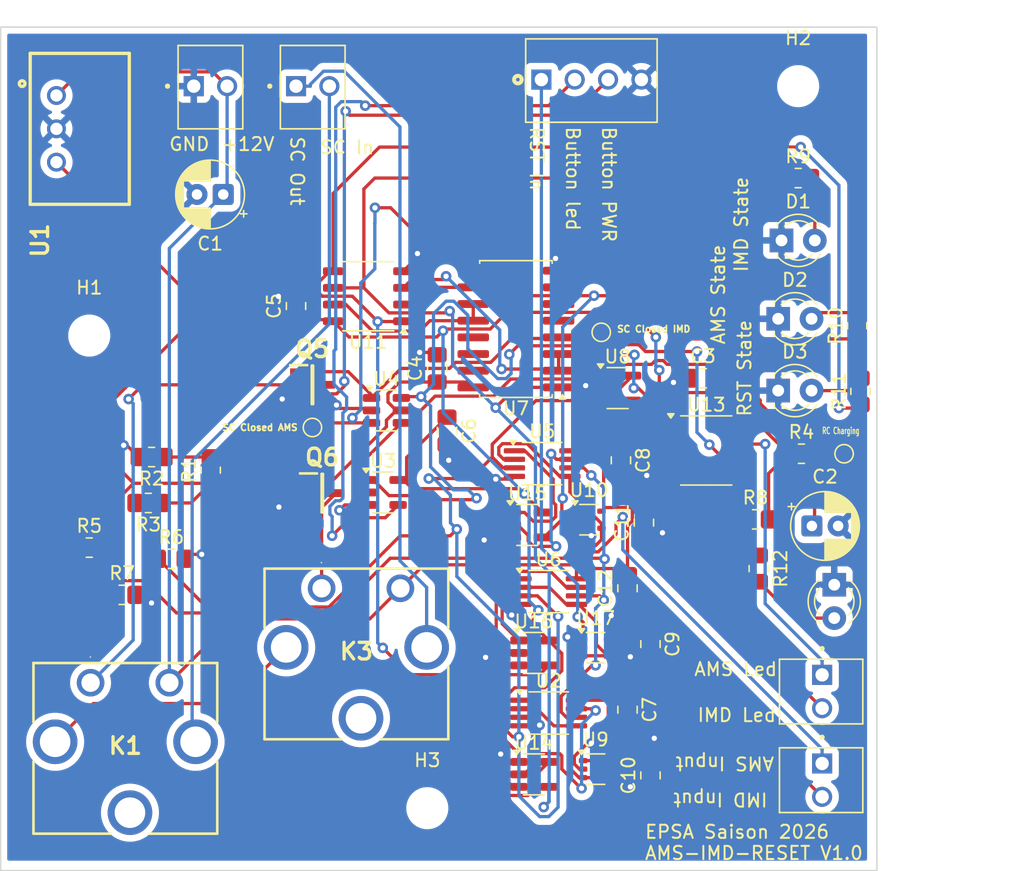
<source format=kicad_pcb>
(kicad_pcb (version 20241229) (generator "pcbnew") (generator_version "9.0")
  (layers (0 "F.Cu" signal) (2 "B.Cu" signal) (13 "F.Paste" user) (15 "B.Paste" user) (5 "F.SilkS" user "F.Silkscreen") (7 "B.SilkS" user "B.Silkscreen") (1 "F.Mask" user) (3 "B.Mask" user) (25 "Edge.Cuts" user))
  (net 0 "")
  (net 1 "GND")
  (net 2 "+12V")
  (net 3 "/IMD_State")
  (net 4 "/AMS_State")
  (net 5 "/Button_Output_State")
  (net 6 "/SC in")
  (net 7 "/SC out")
  (net 8 "/Raw_IMD_OK")
  (net 9 "/Raw_AMS_OK")
  (net 10 "/IMD_Led")
  (net 11 "/AMS_Led")
  (net 12 "/LED_Button")
  (net 13 "/Button_Input_SCS")
  (net 14 "/Raw_Button_Output")
  (net 16 "Net-(K1-Pad1)")
  (net 17 "Net-(K1-Pad2)")
  (net 18 "Net-(K3-Pad1)")
  (net 20 "/SC_Closed_IMD")
  (net 21 "/SC_Closed_AMS")
  (net 22 "+5V")
  (net 23 "/4V")
  (net 24 "/3.5V")
  (net 25 "Net-(U2A--)")
  (net 26 "Net-(U14-Pad2)")
  (net 27 "Net-(U14-Pad1)")
  (net 28 "Net-(U10--)")
  (net 29 "Net-(U15-Pad2)")
  (net 30 "Net-(U15-Pad1)")
  (net 31 "Net-(U17--)")
  (net 32 "Net-(U16-Pad2)")
  (net 33 "Net-(U16-Pad1)")
  (net 37 "Net-(U11-Pad7)")
  (net 39 "Net-(U11-Pad3)")
  (net 42 "Net-(U8--)")
  (net 43 "Net-(D1-A)")
  (net 44 "Net-(D2-A)")
  (net 45 "Net-(D3-A)")
  (net 46 "/initLed")
  (net 47 "/Raw_IMD_Led")
  (net 48 "/Raw_AMS_Led")
  (net 49 "Net-(D4-A)")
  (footprint "Capacitor_SMD:C_0805_2012Metric_Pad1.18x1.45mm_HandSolder" (layer "F.Cu") (at 117.25 73.5 90)
    (property "Reference" "C11")
    (property "Value" "100n")
  )
  (footprint "EPSA_lib:TSR-0.5-2433" (layer "F.Cu") (at 70.5 37.75 -90)
    (property "Reference" "U1")
    (property "Value" "Alim LP TSR_0.5-2450" (hide yes))
  )
  (footprint "EPSA_lib:MOLEX_22-11-2022" (layer "F.Cu") (at 130.825 85.095 -90)
    (property "Reference" "J6" (hide yes))
    (property "Value" "2P Droit 2-11-2022" (hide yes))
  )
  (footprint "Capacitor_SMD:C_0805_2012Metric_Pad1.18x1.45mm_HandSolder" (layer "F.Cu") (at 102.25 66.5 -90)
    (property "Reference" "C6")
    (property "Value" "100n")
  )
  (footprint "Resistor_SMD:R_0805_2012Metric_Pad1.20x1.40mm_HandSolder" (layer "F.Cu") (at 79.5 72 180)
    (property "Reference" "R3")
    (property "Value" "10k")
  )
  (footprint "Resistor_SMD:R_0805_2012Metric_Pad1.20x1.40mm_HandSolder" (layer "F.Cu") (at 75 75.4)
    (property "Reference" "R5")
    (property "Value" "4.3k")
  )
  (footprint "Resistor_SMD:R_0805_2012Metric_Pad1.20x1.40mm_HandSolder" (layer "F.Cu") (at 133.5 58.5 90)
    (property "Reference" "R10")
    (property "Value" "10k")
  )
  (footprint "Package_SO:SSOP-8_3.9x5.05mm_P1.27mm" (layer "F.Cu") (at 96.25 56.25 180)
    (property "Reference" "U11")
    (property "Value" "74AUC2G00" (hide yes))
  )
  (footprint "LED_THT:LED_D3.0mm" (layer "F.Cu") (at 127.48 57.97)
    (property "Reference" "D2")
    (property "Value" "LED")
  )
  (footprint "Capacitor_SMD:C_0805_2012Metric_Pad1.18x1.45mm_HandSolder" (layer "F.Cu") (at 117.75 82.75 -90)
    (property "Reference" "C9")
    (property "Value" "100n")
  )
  (footprint "Package_TO_SOT_SMD:SOT-353_SC-70-5" (layer "F.Cu") (at 113.07 73.275)
    (property "Reference" "U10")
    (property "Value" "TLV172IDCK" (hide yes))
  )
  (footprint "EPSA_lib:CP112V" (layer "F.Cu") (at 92.7 78.5)
    (property "Reference" "K3")
    (property "Value" "Relais PCB" (hide yes))
  )
  (footprint "Package_TO_SOT_SMD:SOT-23-5" (layer "F.Cu") (at 115.25 63.25)
    (property "Reference" "U8")
    (property "Value" "LM397")
  )
  (footprint "Capacitor_THT:CP_Radial_D5.0mm_P2.00mm" (layer "F.Cu") (at 85.2051 48.5 180)
    (property "Reference" "C1")
    (property "Value" "10u")
  )
  (footprint "Resistor_SMD:R_0805_2012Metric_Pad1.20x1.40mm_HandSolder" (layer "F.Cu") (at 133.75 63.5 90)
    (property "Reference" "R11")
    (property "Value" "10k")
  )
  (footprint "Capacitor_SMD:C_0805_2012Metric_Pad1.18x1.45mm_HandSolder" (layer "F.Cu") (at 121.75 62.5)
    (property "Reference" "C3")
    (property "Value" "100n")
  )
  (footprint "MountingHole:MountingHole_2.7mm_M2.5" (layer "F.Cu") (at 75 59.25)
    (property "Reference" "H1")
    (property "Value" "MountingHole")
  )
  (footprint "LED_THT:LED_D3.0mm" (layer "F.Cu") (at 127.73 52)
    (property "Reference" "D1")
    (property "Value" "LED")
  )
  (footprint "MountingHole:MountingHole_2.7mm_M2.5" (layer "F.Cu") (at 129 40.25)
    (property "Reference" "H2")
    (property "Value" "MountingHole")
  )
  (footprint "Resistor_SMD:R_0805_2012Metric_Pad1.20x1.40mm_HandSolder" (layer "F.Cu") (at 126 77 -90)
    (property "Reference" "R12")
    (property "Value" "10k")
  )
  (footprint "Package_TO_SOT_SMD:SOT-23-5" (layer "F.Cu") (at 108.37 73.675)
    (property "Reference" "U15")
    (property "Value" "74AHC1G08" (hide yes))
  )
  (footprint "Resistor_SMD:R_0805_2012Metric_Pad1.20x1.40mm_HandSolder" (layer "F.Cu") (at 125.75 73.25)
    (property "Reference" "R8")
    (property "Value" "10k")
  )
  (footprint "Package_TO_SOT_SMD:SOT-23-5" (layer "F.Cu") (at 108.87 92.675)
    (property "Reference" "U14")
    (property "Value" "74AHC1G08" (hide yes))
  )
  (footprint "Capacitor_SMD:C_0805_2012Metric_Pad1.18x1.45mm_HandSolder" (layer "F.Cu") (at 115.5 68.75 -90)
    (property "Reference" "C8")
    (property "Value" "100n")
  )
  (footprint "Package_TO_SOT_SMD:SOT-353_SC-70-5" (layer "F.Cu") (at 113.57 92.275)
    (property "Reference" "U9")
    (property "Value" "TLV172IDCK" (hide yes))
  )
  (footprint "Resistor_SMD:R_0805_2012Metric_Pad1.20x1.40mm_HandSolder" (layer "F.Cu") (at 129.25 68.25)
    (property "Reference" "R4")
    (property "Value" "62k")
  )
  (footprint "TestPoint:TestPoint_Pad_D1.0mm" (layer "F.Cu") (at 114 59)
    (property "Reference" "TP2" (hide yes))
    (property "Value" "type=\"R\" model=\"TestPoint\" lib=\"\"")
  )
  (footprint "EPSA_lib:MOLEX_22-11-2042" (layer "F.Cu") (at 113.25 39.75)
    (property "Reference" "J7" (hide yes))
    (property "Value" "4P Droit 22-11-2042" (hide yes))
  )
  (footprint "Resistor_SMD:R_0805_2012Metric_Pad1.20x1.40mm_HandSolder" (layer "F.Cu") (at 77.5 79)
    (property "Reference" "R7")
    (property "Value" "10k")
  )
  (footprint "EPSA_lib:SOT95P237X112-3N" (layer "F.Cu") (at 92 63)
    (property "Reference" "Q5")
    (property "Value" "NMOS SQ2348ES-T1_GE3" (hide yes))
  )
  (footprint "Resistor_SMD:R_0805_2012Metric_Pad1.20x1.40mm_HandSolder" (layer "F.Cu") (at 129 47.25)
    (property "Reference" "R9")
    (property "Value" "10k")
  )
  (footprint "Package_TO_SOT_SMD:SOT-23-5" (layer "F.Cu") (at 97.3875 71.2)
    (property "Reference" "U3")
    (property "Value" "74AHC1G32")
  )
  (footprint "Capacitor_THT:CP_Radial_D5.0mm_P2.00mm" (layer "F.Cu") (at 130.0449 73.75)
    (property "Reference" "C2")
    (property "Value" "10u")
  )
  (footprint "Resistor_SMD:R_0805_2012Metric_Pad1.20x1.40mm_HandSolder" (layer "F.Cu") (at 84.25 69.5 90)
    (property "Reference" "R1")
    (property "Value" "4.3k")
  )
  (footprint "Package_TO_SOT_SMD:SOT-23-5" (layer "F.Cu") (at 108.87 83.425)
    (property "Reference" "U16")
    (property "Value" "74AHC1G08" (hide yes))
  )
  (footprint "Capacitor_SMD:C_0805_2012Metric_Pad1.18x1.45mm_HandSolder" (layer "F.Cu") (at 116 87.75 -90)
    (property "Reference" "C7")
    (property "Value" "100n")
  )
  (footprint "TestPoint:TestPoint_Pad_D1.0mm" (layer "F.Cu") (at 92 66.25)
    (property "Reference" "TP1" (hide yes))
    (property "Value" "type=\"R\" model=\"TestPoint\" lib=\"\"")
  )
  (footprint "Package_SO:MSOP-8_3x3mm_P0.65mm" (layer "F.Cu") (at 110 88)
    (property "Reference" "U2")
    (property "Value" "MCP6562" (hide yes))
  )
  (footprint "LED_THT:LED_D3.0mm" (layer "F.Cu") (at 127.48 63.44)
    (property "Reference" "D3")
    (property "Value" "LED")
  )
  (footprint "Capacitor_SMD:C_0805_2012Metric_Pad1.18x1.45mm_HandSolder" (layer "F.Cu") (at 90.75 57 90)
    (property "Reference" "C5")
    (property "Value" "100n")
  )
  (footprint "LED_THT:LED_D3.0mm" (layer "F.Cu") (at 131.75 78.23 -90)
    (property "Reference" "D4" (hide yes))
    (property "Value" "LED")
  )
  (footprint "Capacitor_SMD:C_0805_2012Metric_Pad1.18x1.45mm_HandSolder" (layer "F.Cu") (at 117.75 92.75 90)
    (property "Reference" "C10")
    (property "Value" "100n")
  )
  (footprint "Package_SO:SSOP-8_3.9x5.05mm_P1.27mm" (layer "F.Cu") (at 122 68)
    (property "Reference" "U13")
    (property "Value" "74AUC2G32")
  )
  (footprint "Package_SO:MSOP-8_3x3mm_P0.65mm" (layer "F.Cu") (at 110 78.75)
    (property "Reference" "U6")
    (property "Value" "MCP6562" (hide yes))
  )
  (footprint "Resistor_SMD:R_0805_2012Metric_Pad1.20x1.40mm_HandSolder" (layer "F.Cu") (at 81.25 76.25)
    (property "Reference" "R6")
    (property "Value" "47k")
  )
  (footprint "Capacitor_SMD:C_0805_2012Metric_Pad1.18x1.45mm_HandSolder" (layer "F.Cu") (at 101.5 61.75 90)
    (property "Reference" "C4")
    (property "Value" "100n")
  )
  (footprint "EPSA_lib:MOLEX_22-11-2022" (layer "F.Cu") (at 90.75 40.25)
    (property "Reference" "J2" (hide yes))
    (property "Value" "2P Droit 2-11-2022" (hide yes))
  )
  (footprint "EPSA_lib:MOLEX_22-11-2022" (layer "F.Cu") (at 130.825 91.845 -90)
    (property "Reference" "J4" (hide yes))
    (property "Value" "2P Droit 2-11-2022" (hide yes))
  )
  (footprint "Package_SO:MSOP-8_3x3mm_P0.65mm" (layer "F.Cu") (at 109.5 69)
    (property "Reference" "U5")
    (property "Value" "MCP6562" (hide yes))
  )
  (footprint "Resistor_SMD:R_0805_2012Metric_Pad1.20x1.40mm_HandSolder" (layer "F.Cu") (at 79.75 68.5 180)
    (property "Reference" "R2")
    (property "Value" "10k")
  )
  (footprint "TestPoint:TestPoint_Pad_D1.0mm" (layer "F.Cu") (at 132.5 68.25)
    (property "Reference" "TP3" (hide yes))
    (property "Value" "type=\"R\" model=\"TestPoint\" lib=\"\"")
  )
  (footprint "Package_TO_SOT_SMD:SOT-353_SC-70-5" (layer "F.Cu") (at 113.57 83.025)
    (property "Reference" "U17")
    (property "Value" "TLV172IDCK" (hide yes))
  )
  (footprint "EPSA_lib:CP112V" (layer "F.Cu") (at 75.0995 85.6915)
    (property "Reference" "K1")
    (property "Value" "Relais PCB" (hide yes))
  )
  (footprint "EPSA_lib:SOT95P237X112-3N" (layer "F.Cu") (at 92.75 71.25)
    (property "Reference" "Q6")
    (property "Value" "NMOS SQ2348ES-T1_GE3" (hide yes))
  )
  (footprint "MountingHole:MountingHole_2.7mm_M2.5" (layer "F.Cu") (at 100.75 95.25)
    (property "Reference" "H3")
    (property "Value" "MountingHole")
  )
  (footprint "Package_SO:SOIC-16W_5.3x10.2mm_P1.27mm" (layer "F.Cu") (at 107.5 58.75 180)
    (property "Reference" "U7")
    (property "Value" "74LS279")
  )
  (footprint "EPSA_lib:MOLEX_22-11-2022" (layer "F.Cu") (at 82.96 40.25)
    (property "Reference" "J1" (hide yes))
    (property "Value" "2P Droit 2-11-2022" (hide yes))
  )
  (footprint "Capacitor_SMD:C_0805_2012Metric_Pad1.18x1.45mm_HandSolder" (layer "F.Cu") (at 116 78.5 90)
    (property "Reference" "C12")
    (property "Value" "100n")
  )
  (footprint "Package_TO_SOT_SMD:SOT-23-6" (layer "F.Cu") (at 97.6375 64.95)
    (property "Reference" "U4")
    (property "Value" "74AUC2G04")
  )
  (gr_rect (start 68.25 35.75) (end 135 100) (stroke (width 0.1)) (fill no) (layer "Edge.Cuts"))
  (gr_text "AMS Led" (at 121 85.25 0) (layer "F.SilkS") (effects (font (size 1 1)) (justify left bottom)))
  (gr_text "RST State" (at 125.5 65.5 90) (layer "F.SilkS") (effects (font (size 1 1)) (justify left bottom)))
  (gr_text "AMS State" (at 123.5 60 90) (layer "F.SilkS") (effects (font (size 1 1)) (justify left bottom)))
  (gr_text "RST In" (at 108.5 43.25 270) (layer "F.SilkS") (effects (font (size 1 1)) (justify left bottom)))
  (gr_text "RC Charging" (at 132.25 66.5 0) (layer "F.SilkS") (effects (font (size 0.5 0.3) (thickness 0.075))))
  (gr_text "SC In" (at 92.5 45.5 0) (layer "F.SilkS") (effects (font (size 1 1)) (justify left bottom)))
  (gr_text "SC Out" (at 90.25 44 270) (layer "F.SilkS") (effects (font (size 1 1)) (justify left bottom)))
  (gr_text "+12V" (at 85 45.25 0) (layer "F.SilkS") (effects (font (size 1 1)) (justify left bottom)))
  (gr_text "SC Closed AMS" (at 88 66.25 0) (layer "F.SilkS") (effects (font (size 0.5 0.5) (thickness 0.125))))
  (gr_text "AMS Input" (at 127.25 91.25 180) (layer "F.SilkS") (effects (font (size 1 1)) (justify left bottom)))
  (gr_text "EPSA Saison 2026\nAMS-IMD-RESET V1.0" (at 117.25 99.25 0) (layer "F.SilkS") (effects (font (size 1 1)) (justify left bottom)))
  (gr_text "IMD State" (at 125.25 54.5 90) (layer "F.SilkS") (effects (font (size 1 1)) (justify left bottom)))
  (gr_text "SC Closed IMD" (at 118 58.75 0) (layer "F.SilkS") (effects (font (size 0.5 0.5) (thickness 0.125))))
  (gr_text "IMD Input" (at 126.75 94 180) (layer "F.SilkS") (effects (font (size 1 1)) (justify left bottom)))
  (gr_text "GND" (at 81 45.25 0) (layer "F.SilkS") (effects (font (size 1 1)) (justify left bottom)))
  (gr_text "Button PWR" (at 114 43.25 270) (layer "F.SilkS") (effects (font (size 1 1)) (justify left bottom)))
  (gr_text "IMD Led" (at 121.25 88.75 0) (layer "F.SilkS") (effects (font (size 1 1)) (justify left bottom)))
  (gr_text "Button led" (at 111.25 43.25 270) (layer "F.SilkS") (effects (font (size 1 1)) (justify left bottom)))
  (segment (start 117.3485 69.7875) (end 115.5 69.7875) (width 0.25) (layer "F.Cu") (net 1))
  (segment (start 107.941 88.9215) (end 107.8875 88.975) (width 0.25) (layer "F.Cu") (net 1))
  (segment (start 120.3962 62.8163) (end 120.7125 62.5) (width 0.25) (layer "F.Cu") (net 1))
  (segment (start 79.1187 79.6187) (end 78.5 79) (width 0.25) (layer "F.Cu") (net 1))
  (segment (start 118.037 89.9252) (end 117.1377 89.9252) (width 0.25) (layer "F.Cu") (net 1))
  (segment (start 116.2168 83.7176) (end 117.6801 83.7176) (width 0.25) (layer "F.Cu") (net 1))
  (segment (start 96.5 64.95) (end 96.3504 64.8004) (width 0.25) (layer "F.Cu") (net 1))
  (segment (start 117.466 69.905) (end 117.3485 69.7875) (width 0.25) (layer "F.Cu") (net 1))
  (segment (start 82.5871 75.9129) (end 82.25 76.25) (width 0.25) (layer "F.Cu") (net 1))
  (segment (start 89.8397 64.0836) (end 89.9733 63.95) (width 0.25) (layer "F.Cu") (net 1))
  (segment (start 94.0587 72.5558) (end 94.4645 72.15) (width 0.25) (layer "F.Cu") (net 1))
  (segment (start 77.6176 67.6064) (end 77.8564 67.6064) (width 0.25) (layer "F.Cu") (net 1))
  (segment (start 100.167 60.5315) (end 101.319 60.5315) (width 0.25) (layer "F.Cu") (net 1))
  (segment (start 106.3409 91.1288) (end 106.3408 91.1288) (width 0.25) (layer "F.Cu") (net 1))
  (segment (start 112.3409 92.275) (end 112.62 92.275) (width 0.25) (layer "F.Cu") (net 1))
  (segment (start 107.0348 74.8227) (end 107.2325 74.625) (width 0.25) (layer "F.Cu") (net 1))
  (segment (start 90.4535 56.259) (end 90.75 55.9625) (width 0.25) (layer "F.Cu") (net 1))
  (segment (start 94.0923 64.8004) (end 93.8326 64.5407) (width 0.25) (layer "F.Cu") (net 1))
  (segment (start 117.466 69.905) (end 119.325 69.905) (width 0.25) (layer "F.Cu") (net 1))
  (segment (start 107.7325 93.625) (end 107.2814 93.625) (width 0.25) (layer "F.Cu") (net 1))
  (segment (start 118.662 74.2702) (end 117.5173 74.2702) (width 0.25) (layer "F.Cu") (net 1))
  (segment (start 89.6955 64.0836) (end 89.8397 64.0836) (width 0.25) (layer "F.Cu") (net 1))
  (segment (start 94.4645 72.15) (end 96.25 72.15) (width 0.25) (layer "F.Cu") (net 1))
  (segment (start 112.9546 90.3) (end 111.9509 91.3037) (width 0.25) (layer "F.Cu") (net 1))
  (segment (start 117.588 93.6255) (end 117.75 93.7875) (width 0.25) (layer "F.Cu") (net 1))
  (segment (start 77.8564 67.6064) (end 78.75 68.5) (width 0.25) (layer "F.Cu") (net 1))
  (segment (start 113.9259 63.0634) (end 114.1125 63.25) (width 0.25) (layer "F.Cu") (net 1))
  (segment (start 91.7 72.2) (end 90.7233 72.2) (width 0.25) (layer "F.Cu") (net 1))
  (segment (start 112.8149 63.0634) (end 113.9259 63.0634) (width 0.25) (layer "F.Cu") (net 1))
  (segment (start 117.1377 89.9252) (end 116 88.7875) (width 0.25) (layer "F.Cu") (net 1))
  (segment (start 110.5182 53.3731) (end 110.5182 54.0732) (width 0.25) (layer "F.Cu") (net 1))
  (segment (start 111.9509 91.3037) (end 111.9509 91.885) (width 0.25) (layer "F.Cu") (net 1))
  (segment (start 89.408 56.259) (end 90.4535 56.259) (width 0.25) (layer "F.Cu") (net 1))
  (segment (start 105.8054 84.375) (end 107.7325 84.375) (width 0.25) (layer "F.Cu") (net 1))
  (segment (start 105.0821 74.8227) (end 107.0348 74.8227) (width 0.25) (layer "F.Cu") (net 1))
  (segment (start 102.3814 68.7483) (end 102.3814 67.6689) (width 0.25) (layer "F.Cu") (net 1))
  (segment (start 111.4401 82.2053) (end 112.2598 83.025) (width 0.25) (layer "F.Cu") (net 1))
  (segment (start 117.5173 74.2702) (end 117.25 74.5375) (width 0.25) (layer "F.Cu") (net 1))
  (segment (start 117.6801 83.7176) (end 117.75 83.7875) (width 0.25) (layer "F.Cu") (net 1))
  (segment (start 100 53.27) (end 98.925 54.345) (width 0.25) (layer "F.Cu") (net 1))
  (segment (start 111.9509 91.885) (end 112.3409 92.275) (width 0.25) (layer "F.Cu") (net 1))
  (segment (start 112.4296 73.275) (end 113.2415 74.0869) (width 0.25) (layer "F.Cu") (net 1))
  (segment (start 102.3814 67.6689) (end 102.25 67.5375) (width 0.25) (layer "F.Cu") (net 1))
  (segment (start 107.1774 80.5347) (end 107.8875 79.8246) (width 0.25) (layer "F.Cu") (net 1))
  (segment (start 110.5182 54.0732) (end 110.75 54.305) (width 0.25) (layer "F.Cu") (net 1))
  (segment (start 101.319 60.5315) (end 101.5 60.7125) (width 0.25) (layer "F.Cu") (net 1))
  (segment (start 113.2415 74.0869) (end 113.2415 74.491) (width 0.25) (layer "F.Cu") (net 1))
  (segment (start 107.1795 70.183) (end 107.3875 69.975) (width 0.25) (layer "F.Cu") (net 1))
  (segment (start 112.12 73.275) (end 112.4296 73.275) (width 0.25) (layer "F.Cu") (net 1))
  (segment (start 83.5639 75.9129) (end 82.5871 75.9129) (width 0.25) (layer "F.Cu") (net 1))
  (segment (start 114.9592 80.5783) (end 116 79.5375) (width 0.25) (layer "F.Cu") (net 1))
  (segment (start 89.4458 72.3093) (end 90.614 72.3093) (width 0.25) (layer "F.Cu") (net 1))
  (segment (start 105.1894 83.759) (end 105.8054 84.375) (width 0.25) (layer "F.Cu") (net 1))
  (segment (start 90.614 72.3093) (end 90.7233 72.2) (width 0.25) (layer "F.Cu") (net 1))
  (segment (start 90.95 63.95) (end 89.9733 63.95) (width 0.25) (layer "F.Cu") (net 1))
  (segment (start 113.2419 90.3) (end 112.9546 90.3) (width 0.25) (layer "F.Cu") (net 1))
  (segment (start 79.743 79.6187) (end 79.1187 79.6187) (width 0.25) (layer "F.Cu") (net 1))
  (segment (start 107.2814 93.625) (end 106.3409 92.6845) (width 0.25) (layer "F.Cu") (net 1))
  (segment (start 109.3065 88.9215) (end 107.941 88.9215) (width 0.25) (layer "F.Cu") (net 1))
  (segment (start 100 53) (end 100 53.27) (width 0.25) (layer "F.Cu") (net 1))
  (segment (start 119.5037 62.8163) (end 120.3962 62.8163) (width 0.25) (layer "F.Cu") (net 1))
  (segment (start 96.3504 64.8004) (end 94.0923 64.8004) (width 0.25) (layer "F.Cu") (net 1))
  (segment (start 116.2168 93.6255) (end 117.588 93.6255) (width 0.25) (layer "F.Cu") (net 1))
  (segment (start 114.7591 80.5783) (end 114.9592 80.5783) (width 0.25) (layer "F.Cu") (net 1))
  (segment (start 106.3409 92.6845) (end 106.3409 91.1288) (width 0.25) (layer "F.Cu") (net 1))
  (segment (start 107.8875 79.8246) (end 107.8875 79.725) (width 0.25) (layer "F.Cu") (net 1))
  (segment (start 105.9633 70.183) (end 107.1795 70.183) (width 0.25) (layer "F.Cu") (net 1))
  (segment (start 112.2598 83.025) (end 112.62 83.025) (width 0.25) (layer "F.Cu") (net 1))
  (via (at 105.9633 70.183) (size 0.8) (drill 0.4) (layers "F.Cu" "B.Cu") (net 1))
  (via (at 110.5182 53.3731) (size 0.8) (drill 0.4) (layers "F.Cu" "B.Cu") (net 1))
  (via (at 111.4401 82.2053) (size 0.8) (drill 0.4) (layers "F.Cu" "B.Cu") (net 1))
  (via (at 83.5639 75.9129) (size 0.8) (drill 0.4) (layers "F.Cu" "B.Cu") (net 1))
  (via (at 114.7591 80.5783) (size 0.8) (drill 0.4) (layers "F.Cu" "B.Cu") (net 1))
  (via (at 112.8149 63.0634) (size 0.8) (drill 0.4) (layers "F.Cu" "B.Cu") (net 1))
  (via (at 100 53) (size 0.8) (drill 0.4) (layers "F.Cu" "B.Cu") (net 1))
  (via (at 116.2168 93.6255) (size 0.8) (drill 0.4) (layers "F.Cu" "B.Cu") (net 1))
  (via (at 113.2415 74.491) (size 0.8) (drill 0.4) (layers "F.Cu" "B.Cu") (net 1))
  (via (at 109.3065 88.9215) (size 0.8) (drill 0.4) (layers "F.Cu" "B.Cu") (net 1))
  (via (at 100.167 60.5315) (size 0.8) (drill 0.4) (layers "F.Cu" "B.Cu") (net 1))
  (via (at 119.5037 62.8163) (size 0.8) (drill 0.4) (layers "F.Cu" "B.Cu") (net 1))
  (via (at 89.6955 64.0836) (size 0.8) (drill 0.4) (layers "F.Cu" "B.Cu") (net 1))
  (via (at 105.1894 83.759) (size 0.8) (drill 0.4) (layers "F.Cu" "B.Cu") (net 1))
  (via (at 93.8326 64.5407) (size 0.8) (drill 0.4) (layers "F.Cu" "B.Cu") (net 1))
  (via (at 118.037 89.9252) (size 0.8) (drill 0.4) (layers "F.Cu" "B.Cu") (net 1))
  (via (at 102.3814 68.7483) (size 0.8) (drill 0.4) (layers "F.Cu" "B.Cu") (net 1))
  (via (at 79.743 79.6187) (size 0.8) (drill 0.4) (layers "F.Cu" "B.Cu") (net 1))
  (via (at 77.6176 67.6064) (size 0.8) (drill 0.4) (layers "F.Cu" "B.Cu") (net 1))
  (via (at 89.408 56.259) (size 0.8) (drill 0.4) (layers "F.Cu" "B.Cu") (net 1))
  (via (at 117.466 69.905) (size 0.8) (drill 0.4) (layers "F.Cu" "B.Cu") (net 1))
  (via (at 116.2168 83.7176) (size 0.8) (drill 0.4) (layers "F.Cu" "B.Cu") (net 1))
  (via (at 105.0821 74.8227) (size 0.8) (drill 0.4) (layers "F.Cu" "B.Cu") (net 1))
  (via (at 106.3408 91.1288) (size 0.8) (drill 0.4) (layers "F.Cu" "B.Cu") (net 1))
  (via (at 118.662 74.2702) (size 0.8) (drill 0.4) (layers "F.Cu" "B.Cu") (net 1))
  (via (at 107.1774 80.5347) (size 0.8) (drill 0.4) (layers "F.Cu" "B.Cu") (net 1))
  (via (at 113.2419 90.3) (size 0.8) (drill 0.4) (layers "F.Cu" "B.Cu") (net 1))
  (via (at 89.4458 72.3093) (size 0.8) (drill 0.4) (layers "F.Cu" "B.Cu") (net 1))
  (via (at 94.0587 72.5558) (size 0.8) (drill 0.4) (layers "F.Cu" "B.Cu") (net 1))
  (segment (start 109.3065 82.6638) (end 109.3065 88.9215) (width 0.25) (layer "B.Cu") (net 1))
  (segment (start 107.1774 80.5347) (end 109.3065 82.6638) (width 0.25) (layer "B.Cu") (net 1))
  (segment (start 115.2181 82.375) (end 117.0875 82.375) (width 0.25) (layer "F.Cu") (net 2))
  (segment (start 116.369 72.4625) (end 116.2543 72.3478) (width 0.25) (layer "F.Cu") (net 2))
  (segment (start 116 73.7445) (end 116.369 73.3755) (width 0.25) (layer "F.Cu") (net 2))
  (segment (start 116.3875 62.3) (end 115.375 63.3125) (width 0.25) (layer "F.Cu") (net 2))
  (segment (start 114.5328 87.025) (end 114.8453 86.7125) (width 0.25) (layer "F.Cu") (net 2))
  (segment (start 111.8278 76.7091) (end 112.1125 76.9938) (width 0.25) (layer "F.Cu") (net 2))
  (segment (start 112.1125 76.9938) (end 116 76.9938) (width 0.25) (layer "F.Cu") (net 2))
  (segment (start 116 77.4625) (end 116 76.9938) (width 0.25) (layer "F.Cu") (net 2))
  (segment (start 115.375 67.5875) (end 115.5 67.7125) (width 0.25) (layer "F.Cu") (net 2))
  (segment (start 98.7 78.5) (end 100.4909 76.7091) (width 0.25) (layer "F.Cu") (net 2))
  (segment (start 85.962 80.829) (end 96.371 80.829) (width 0.25) (layer "F.Cu") (net 2))
  (segment (start 117.6625 91.625) (end 117.75 91.7125) (width 0.25) (layer "F.Cu") (net 2))
  (segment (start 116.369 72.4625) (end 117.25 72.4625) (width 0.25) (layer "F.Cu") (net 2))
  (segment (start 116.2543 72.3478) (end 114.1825 72.3478) (width 0.25) (layer "F.Cu") (net 2))
  (segment (start 114.52 91.625) (end 114.5328 91.625) (width 0.25) (layer "F.Cu") (net 2))
  (segment (start 116 76.9938) (end 116 73.7445) (width 0.25) (layer "F.Cu") (net 2))
  (segment (start 112.1125 76.9938) (end 112.1125 77.775) (width 0.25) (layer "F.Cu") (net 2))
  (segment (start 114.8453 86.7125) (end 115.2181 86.7125) (width 0.25) (layer "F.Cu") (net 2))
  (segment (start 116 77.4625) (end 117.75 79.2125) (width 0.25) (layer "F.Cu") (net 2))
  (segment (start 114.5328 87.025) (end 112.1125 87.025) (width 0.25) (layer "F.Cu") (net 2))
  (segment (start 114.495 67.7125) (end 114.1825 68.025) (width 0.25) (layer "F.Cu") (net 2))
  (segment (start 111.6125 68.025) (end 114.1825 68.025) (width 0.25) (layer "F.Cu") (net 2))
  (segment (start 96.371 80.829) (end 98.7 78.5) (width 0.25) (layer "F.Cu") (net 2))
  (segment (start 114.1825 68.025) (end 114.1825 72.3478) (width 0.25) (layer "F.Cu") (net 2))
  (segment (start 114.5328 91.625) (end 114.5328 87.025) (width 0.25) (layer "F.Cu") (net 2))
  (segment (start 116.369 73.3755) (end 116.369 72.4625) (width 0.25) (layer "F.Cu") (net 2))
  (segment (start 115.2181 86.7125) (end 116 86.7125) (width 0.25) (layer "F.Cu") (net 2))
  (segment (start 100.4909 76.7091) (end 111.8278 76.7091) (width 0.25) (layer "F.Cu") (net 2))
  (segment (start 117.0875 82.375) (end 117.75 81.7125) (width 0.25) (layer "F.Cu") (net 2))
  (segment (start 72.5 40.96) (end 74.3017 39.1583) (width 0.25) (layer "F.Cu") (net 2))
  (segment (start 114.52 82.375) (end 115.2181 82.375) (width 0.25) (layer "F.Cu") (net 2))
  (segment (start 117.75 79.2125) (end 117.75 81.7125) (width 0.25) (layer "F.Cu") (net 2))
  (segment (start 114.1825 72.3478) (end 114.1825 72.4625) (width 0.25) (layer "F.Cu") (net 2))
  (segment (start 115.2181 86.7125) (end 115.2181 82.375) (width 0.25) (layer "F.Cu") (net 2))
  (segment (start 115.375 63.3125) (end 115.375 67.5875) (width 0.25) (layer "F.Cu") (net 2))
  (segment (start 114.1825 72.4625) (end 114.02 72.625) (width 0.25) (layer "F.Cu") (net 2))
  (segment (start 114.5328 91.625) (end 117.6625 91.625) (width 0.25) (layer "F.Cu") (net 2))
  (segment (start 115.5 67.7125) (end 114.495 67.7125) (width 0.25) (layer "F.Cu") (net 2))
  (segment (start 84.4083 39.1583) (end 85.5 40.25) (width 0.25) (layer "F.Cu") (net 2))
  (segment (start 74.3017 39.1583) (end 84.4083 39.1583) (width 0.25) (layer "F.Cu") (net 2))
  (segment (start 81.0995 85.6915) (end 85.962 80.829) (width 0.25) (layer "F.Cu") (net 2))
  (segment (start 85.5 40.25) (end 85.5 48.2051) (width 0.25) (layer "B.Cu") (net 2))
  (segment (start 81.0995 52.6056) (end 81.0995 85.6915) (width 0.25) (layer "B.Cu") (net 2))
  (segment (start 85.2051 48.5) (end 81.0995 52.6056) (width 0.25) (layer "B.Cu") (net 2))
  (segment (start 85.5 48.2051) (end 85.2051 48.5) (width 0.25) (layer "B.Cu") (net 2))
  (segment (start 110.0075 94.7725) (end 109.6177 95.1623) (width 0.25) (layer "F.Cu") (net 3))
  (segment (start 97.8241 57.5199) (end 95.9192 55.615) (width 0.25) (layer "F.Cu") (net 3))
  (segment (start 95.9192 55.615) (end 93.575 55.615) (width 0.25) (layer "F.Cu") (net 3))
  (segment (start 102.4563 57.3825) (end 102.3189 57.5199) (width 0.25) (layer "F.Cu") (net 3))
  (segment (start 110.0075 93.625) (end 110.0075 94.7725) (width 0.25) (layer "F.Cu") (net 3))
  (segment (start 96.75 47.25) (end 95.9192 48.0808) (width 0.25) (layer "F.Cu") (net 3))
  (segment (start 107.4964 63.195) (end 110.75 63.195) (width 0.25) (layer "F.Cu") (net 3))
  (segment (start 105.954 64.7374) (end 107.4964 63.195) (width 0.25) (layer "F.Cu") (net 3))
  (segment (start 95.9192 48.0808) (end 95.9192 55.615) (width 0.25) (layer "F.Cu") (net 3))
  (segment (start 102.3189 57.5199) (end 97.8241 57.5199) (width 0.25) (layer "F.Cu") (net 3))
  (segment (start 128 47.25) (end 96.75 47.25) (width 0.25) (layer "F.Cu") (net 3))
  (via (at 105.954 64.7374) (size 0.8) (drill 0.4) (layers "F.Cu" "B.Cu") (net 3))
  (via (at 109.6177 95.1623) (size 0.8) (drill 0.4) (layers "F.Cu" "B.Cu") (net 3))
  (via (at 102.4563 57.3825) (size 0.8) (drill 0.4) (layers "F.Cu" "B.Cu") (net 3))
  (segment (start 108.989 67.7724) (end 108.989 76.239) (width 0.25) (layer "B.Cu") (net 3))
  (segment (start 110.0333 80.99342) (end 110.0333 94.7467) (width 0.25) (layer "B.Cu") (net 3))
  (segment (start 110.0333 77.2833) (end 110.0333 80.29998) (width 0.25) (layer "B.Cu") (net 3))
  (segment (start 105.954 64.7374) (end 102.6765 61.4599) (width 0.25) (layer "B.Cu") (net 3))
  (segment (start 102.6765 61.4599) (end 102.6765 57.6027) (width 0.25) (layer "B.Cu") (net 3))
  (segment (start 110.0333 94.7467) (end 109.6177 95.1623) (width 0.25) (layer "B.Cu") (net 3))
  (segment (start 110.0333 80.29998) (end 109.9873 80.34598) (width 0.25) (layer "B.Cu") (net 3))
  (segment (start 105.954 64.7374) (end 108.989 67.7724) (width 0.25) (layer "B.Cu") (net 3))
  (segment (start 108.989 76.239) (end 110.0333 77.2833) (width 0.25) (layer "B.Cu") (net 3))
  (segment (start 109.9873 80.34598) (end 109.9873 80.94742) (width 0.25) (layer "B.Cu") (net 3))
  (segment (start 102.6765 57.6027) (end 102.4563 57.3825) (width 0.25) (layer "B.Cu") (net 3))
  (segment (start 109.9873 80.94742) (end 110.0333 80.99342) (width 0.25) (layer "B.Cu") (net 3))
  (segment (start 104.25 55.575) (end 104.8867 56.2117) (width 0.25) (layer "F.Cu") (net 4))
  (segment (start 99.347 56.885) (end 98.925 56.885) (width 0.25) (layer "F.Cu") (net 4))
  (segment (start 116.8762 56.2117) (end 120.1645 59.5) (width 0.25) (layer "F.Cu") (net 4))
  (segment (start 100.657 55.575) (end 99.347 56.885) (width 0.25) (layer "F.Cu") (net 4))
  (segment (start 113.4487 56.2117) (end 116.8762 56.2117) (width 0.25) (layer "F.Cu") (net 4))
  (segment (start 110.9985 73.2661) (end 110.9985 71.71) (width 0.25) (layer "F.Cu") (net 4))
  (segment (start 109.6396 74.625) (end 110.9985 73.2661) (width 0.25) (layer "F.Cu") (net 4))
  (segment (start 104.8867 56.2117) (end 113.4487 56.2117) (width 0.25) (layer "F.Cu") (net 4))
  (segment (start 109.5075 74.625) (end 109.6396 74.625) (width 0.25) (layer "F.Cu") (net 4))
  (segment (start 110.9985 71.71) (end 111.0628 71.6457) (width 0.25) (layer "F.Cu") (net 4))
  (segment (start 120.1645 59.5) (end 133.5 59.5) (width 0.25) (layer "F.Cu") (net 4))
  (segment (start 104.25 55.575) (end 100.657 55.575) (width 0.25) (layer "F.Cu") (net 4))
  (via (at 113.4487 56.2117) (size 0.8) (drill 0.4) (layers "F.Cu" "B.Cu") (net 4))
  (via (at 111.0628 71.6457) (size 0.8) (drill 0.4) (layers "F.Cu" "B.Cu") (net 4))
  (segment (start 113.4487 56.2117) (end 111.0628 58.5976) (width 0.25) (layer "B.Cu") (net 4))
  (segment (start 111.0628 58.5976) (end 111.0628 71.6457) (width 0.25) (layer "B.Cu") (net 4))
  (segment (start 93.3153 54.345) (end 92.4347 55.2256) (width 0.25) (layer "F.Cu") (net 5))
  (segment (start 110.0075 84.375) (end 109.3019 85.0806) (width 0.25) (layer "F.Cu") (net 5))
  (segment (start 97.1095 44.8905) (end 129.1937 44.8905) (width 0.25) (layer "F.Cu") (net 5))
  (segment (start 96.9704 58.1805) (end 98.8995 58.1805) (width 0.25) (layer "F.Cu") (net 5))
  (segment (start 93.575 54.345) (end 93.3153 54.345) (width 0.25) (layer "F.Cu") (net 5))
  (segment (start 92.4347 55.9397) (end 92.7449 56.2499) (width 0.25) (layer "F.Cu") (net 5))
  (segment (start 98.8995 58.1805) (end 98.925 58.155) (width 0.25) (layer "F.Cu") (net 5))
  (segment (start 95.0398 56.2499) (end 96.9704 58.1805) (width 0.25) (layer "F.Cu") (net 5))
  (segment (start 92.4347 55.2256) (end 92.4347 55.9397) (width 0.25) (layer "F.Cu") (net 5))
  (segment (start 93.575 54.345) (end 93.575 48.425) (width 0.25) (layer "F.Cu") (net 5))
  (segment (start 133.4779 64.7721) (end 133.75 64.5) (width 0.25) (layer "F.Cu") (net 5))
  (segment (start 92.7449 56.2499) (end 95.0398 56.2499) (width 0.25) (layer "F.Cu") (net 5))
  (segment (start 109.3019 85.0806) (end 99.4001 85.0806) (width 0.25) (layer "F.Cu") (net 5))
  (segment (start 93.575 48.425) (end 97.1095 44.8905) (width 0.25) (layer "F.Cu") (net 5))
  (segment (start 99.4001 85.0806) (end 97.3591 83.0396) (width 0.25) (layer "F.Cu") (net 5))
  (segment (start 132.1059 64.7721) (end 133.4779 64.7721) (width 0.25) (layer "F.Cu") (net 5))
  (via (at 129.1937 44.8905) (size 0.8) (drill 0.4) (layers "F.Cu" "B.Cu") (net 5))
  (via (at 96.9704 58.1805) (size 0.8) (drill 0.4) (layers "F.Cu" "B.Cu") (net 5))
  (via (at 132.1059 64.7721) (size 0.8) (drill 0.4) (layers "F.Cu" "B.Cu") (net 5))
  (via (at 97.3591 83.0396) (size 0.8) (drill 0.4) (layers "F.Cu" "B.Cu") (net 5))
  (segment (start 129.1937 44.8905) (end 132.1059 47.8027) (width 0.25) (layer "B.Cu") (net 5))
  (segment (start 97.3591 83.0396) (end 96.9704 82.6509) (width 0.25) (layer "B.Cu") (net 5))
  (segment (start 132.1059 47.8027) (end 132.1059 64.7721) (width 0.25) (layer "B.Cu") (net 5))
  (segment (start 96.9704 82.6509) (end 96.9704 58.1805) (width 0.25) (layer "B.Cu") (net 5))
  (segment (start 93.29 40.25) (end 93.29 58.3565) (width 0.25) (layer "B.Cu") (net 6))
  (segment (start 82.8372 89.9292) (end 83.0995 90.1915) (width 0.25) (layer "B.Cu") (net 6))
  (segment (start 82.8372 68.8093) (end 82.8372 89.9292) (width 0.25) (layer "B.Cu") (net 6))
  (segment (start 93.29 58.3565) (end 82.8372 68.8093) (width 0.25) (layer "B.Cu") (net 6))
  (segment (start 100.7 83) (end 100.7 78.4357) (width 0.25) (layer "B.Cu") (net 7))
  (segment (start 90.75 40.25) (end 91.8417 40.25) (width 0.25) (layer "B.Cu") (net 7))
  (segment (start 98.6665 76.4022) (end 98.6665 43.356) (width 0.25) (layer "B.Cu") (net 7))
  (segment (start 98.6665 43.356) (end 94.4194 39.1089) (width 0.25) (layer "B.Cu") (net 7))
  (segment (start 94.4194 39.1089) (end 92.8463 39.1089) (width 0.25) (layer "B.Cu") (net 7))
  (segment (start 100.7 78.4357) (end 98.6665 76.4022) (width 0.25) (layer "B.Cu") (net 7))
  (segment (start 92.8463 39.1089) (end 91.8417 40.1135) (width 0.25) (layer "B.Cu") (net 7))
  (segment (start 91.8417 40.1135) (end 91.8417 40.25) (width 0.25) (layer "B.Cu") (net 7))
  (segment (start 114.1253 92.3425) (end 113.4078 91.625) (width 0.25) (layer "F.Cu") (net 8))
  (segment (start 114.8666 92.3425) (end 114.1253 92.3425) (width 0.25) (layer "F.Cu") (net 8))
  (segment (start 130.825 94.385) (end 129.19 92.75) (width 0.25) (layer "F.Cu") (net 8))
  (segment (start 113.4078 91.625) (end 112.62 91.625) (width 0.25) (layer "F.Cu") (net 8))
  (segment (start 129.19 92.75) (end 115.2741 92.75) (width 0.25) (layer "F.Cu") (net 8))
  (segment (start 115.2741 92.75) (end 114.8666 92.3425) (width 0.25) (layer "F.Cu") (net 8))
  (segment (start 115.1251 74.3682) (end 115.1251 73.5917) (width 0.25) (layer "F.Cu") (net 9))
  (segment (start 112.12 72.625) (end 111.8184 72.625) (width 0.25) (layer "F.Cu") (net 9))
  (segment (start 111.4679 72.9755) (end 111.4679 74.4576) (width 0.25) (layer "F.Cu") (net 9))
  (segment (start 112.738 75.7277) (end 113.7656 75.7277) (width 0.25) (layer "F.Cu") (net 9))
  (segment (start 113.7656 75.7277) (end 115.1251 74.3682) (width 0.25) (layer "F.Cu") (net 9))
  (segment (start 115.1251 73.5917) (end 115.6423 73.0745) (width 0.25) (layer "F.Cu") (net 9))
  (segment (start 111.4679 74.4576) (end 112.738 75.7277) (width 0.25) (layer "F.Cu") (net 9))
  (segment (start 111.8184 72.625) (end 111.4679 72.9755) (width 0.25) (layer "F.Cu") (net 9))
  (via (at 115.6423 73.0745) (size 0.8) (drill 0.4) (layers "F.Cu" "B.Cu") (net 9))
  (segment (start 115.6423 75.5706) (end 130.825 90.7533) (width 0.25) (layer "B.Cu") (net 9))
  (segment (start 130.825 91.845) (end 130.825 90.7533) (width 0.25) (layer "B.Cu") (net 9))
  (segment (start 115.6423 73.0745) (end 115.6423 75.5706) (width 0.25) (layer "B.Cu") (net 9))
  (segment (start 123.2582 80.0682) (end 130.825 87.635) (width 0.25) (layer "F.Cu") (net 10))
  (segment (start 119.325 68.635) (end 119.6002 68.635) (width 0.25) (layer "F.Cu") (net 10))
  (segment (start 123.2582 72.293) (end 123.2582 80.0682) (width 0.25) (layer "F.Cu") (net 10))
  (segment (start 119.6002 68.635) (end 123.2582 72.293) (width 0.25) (layer "F.Cu") (net 10))
  (segment (start 126.4862 67.5127) (end 124.8227 67.5127) (width 0.25) (layer "F.Cu") (net 11))
  (segment (start 124.8227 67.5127) (end 124.675 67.365) (width 0.25) (layer "F.Cu") (net 11))
  (via (at 126.4862 67.5127) (size 0.8) (drill 0.4) (layers "F.Cu" "B.Cu") (net 11))
  (segment (start 126.4862 79.6645) (end 126.4862 67.5127) (width 0.25) (layer "B.Cu") (net 11))
  (segment (start 130.825 84.0033) (end 126.4862 79.6645) (width 0.25) (layer "B.Cu") (net 11))
  (segment (start 130.825 85.095) (end 130.825 84.0033) (width 0.25) (layer "B.Cu") (net 11))
  (segment (start 96.0173 41.7345) (end 109.9955 41.7345) (width 0.25) (layer "F.Cu") (net 12))
  (segment (start 93.5 74.5) (end 94.8788 73.1212) (width 0.25) (layer "F.Cu") (net 12))
  (segment (start 94.8788 73.1212) (end 97.5538 73.1212) (width 0.25) (layer "F.Cu") (net 12))
  (segment (start 109.9955 41.7345) (end 111.98 39.75) (width 0.25) (layer "F.Cu") (net 12))
  (segment (start 97.5538 73.1212) (end 98.525 72.15) (width 0.25) (layer "F.Cu") (net 12))
  (via (at 96.0173 41.7345) (size 0.8) (drill 0.4) (layers "F.Cu" "B.Cu") (net 12))
  (via (at 93.5 74.5) (size 0.8) (drill 0.4) (layers "F.Cu" "B.Cu") (net 12))
  (segment (start 93.5 73.02382) (end 93.3327 72.85652) (width 0.25) (layer "B.Cu") (net 12))
  (segment (start 93.3327 72.85652) (end 93.3327 72.25508) (width 0.25) (layer "B.Cu") (net 12))
  (segment (start 94.6041 64.8637) (end 94.6041 63.928) (width 0.25) (layer "B.Cu") (net 12))
  (segment (start 93.7732 41.8531) (end 94.1984 41.4279) (width 0.25) (layer "B.Cu") (net 12))
  (segment (start 94.1189 71.8298) (end 94.3173 71.6314) (width 0.25) (layer "B.Cu") (net 12))
  (segment (start 94.6041 63.928) (end 93.6409 62.9648) (width 0.25) (layer "B.Cu") (net 12))
  (segment (start 94.1984 41.4279) (end 95.7107 41.4279) (width 0.25) (layer "B.Cu") (net 12))
  (segment (start 93.6409 60.4217) (end 93.7732 60.2894) (width 0.25) (layer "B.Cu") (net 12))
  (segment (start 94.3173 65.1505) (end 94.6041 64.8637) (width 0.25) (layer "B.Cu") (net 12))
  (segment (start 95.7107 41.4279) (end 96.0173 41.7345) (width 0.25) (layer "B.Cu") (net 12))
  (segment (start 93.3327 72.25508) (end 93.75798 71.8298) (width 0.25) (layer "B.Cu") (net 12))
  (segment (start 93.7732 60.2894) (end 93.7732 41.8531) (width 0.25) (layer "B.Cu") (net 12))
  (segment (start 93.5 74.5) (end 93.5 73.02382) (width 0.25) (layer "B.Cu") (net 12))
  (segment (start 93.6409 62.9648) (end 93.6409 60.4217) (width 0.25) (layer "B.Cu") (net 12))
  (segment (start 93.75798 71.8298) (end 94.1189 71.8298) (width 0.25) (layer "B.Cu") (net 12))
  (segment (start 94.3173 71.6314) (end 94.3173 65.1505) (width 0.25) (layer "B.Cu") (net 12))
  (segment (start 93.4569 63.6896) (end 93.8375 63.6896) (width 0.25) (layer "F.Cu") (net 13))
  (segment (start 94.4307 63.0964) (end 94.4307 62.7267) (width 0.25) (layer "F.Cu") (net 13))
  (segment (start 93.8375 63.6896) (end 94.4307 63.0964) (width 0.25) (layer "F.Cu") (net 13))
  (segment (start 87.5715 65.1785) (end 91.968 65.1785) (width 0.25) (layer "F.Cu") (net 13))
  (segment (start 84.25 68.5) (end 87.5715 65.1785) (width 0.25) (layer "F.Cu") (net 13))
  (segment (start 84.25 68.5) (end 80.75 68.5) (width 0.25) (layer "F.Cu") (net 13))
  (segment (start 94.5302 42.1598) (end 94.8316 42.4612) (width 0.25) (layer "F.Cu") (net 13))
  (segment (start 111.8088 42.4612) (end 114.52 39.75) (width 0.25) (layer "F.Cu") (net 13))
  (segment (start 94.8316 42.4612) (end 111.8088 42.4612) (width 0.25) (layer "F.Cu") (net 13))
  (segment (start 91.968 65.1785) (end 93.4569 63.6896) (width 0.25) (layer "F.Cu") (net 13))
  (via (at 94.4307 62.7267) (size 0.8) (drill 0.4) (layers "F.Cu" "B.Cu") (net 13))
  (via (at 94.5302 42.1598) (size 0.8) (drill 0.4) (layers "F.Cu" "B.Cu") (net 13))
  (segment (start 94.4307 62.7267) (end 94.4307 42.2593) (width 0.25) (layer "B.Cu") (net 13))
  (segment (start 94.4307 42.2593) (end 94.5302 42.1598) (width 0.25) (layer "B.Cu") (net 13))
  (segment (start 112.62 82.375) (end 112.62 81.085) (width 0.25) (layer "F.Cu") (net 14))
  (segment (start 112.62 81.085) (end 112.2027 80.6677) (width 0.25) (layer "F.Cu") (net 14))
  (via (at 112.2027 80.6677) (size 0.8) (drill 0.4) (layers "F.Cu" "B.Cu") (net 14))
  (segment (start 109.44 75.44) (end 112.2027 78.2027) (width 0.25) (layer "B.Cu") (net 14))
  (segment (start 112.2027 78.2027) (end 112.2027 80.6677) (width 0.25) (layer "B.Cu") (net 14))
  (segment (start 109.44 39.75) (end 109.44 75.44) (width 0.25) (layer "B.Cu") (net 14))
  (segment (start 93.05 63) (end 92.0733 63) (width 0.25) (layer "F.Cu") (net 16))
  (segment (start 79.0794 63) (end 92.0733 63) (width 0.25) (layer "F.Cu") (net 16))
  (segment (start 77.9958 64.0836) (end 79.0794 63) (width 0.25) (layer "F.Cu") (net 16))
  (via (at 77.9958 64.0836) (size 0.8) (drill 0.4) (layers "F.Cu" "B.Cu") (net 16))
  (segment (start 78.3443 82.4467) (end 78.3443 64.4321) (width 0.25) (layer "B.Cu") (net 16))
  (segment (start 75.0995 85.6915) (end 78.3443 82.4467) (width 0.25) (layer "B.Cu") (net 16))
  (segment (start 78.3443 64.4321) (end 77.9958 64.0836) (width 0.25) (layer "B.Cu") (net 16))
  (segment (start 85.7226 87.2774) (end 90 83) (width 0.25) (layer "F.Cu") (net 17))
  (segment (start 75.3136 87.2774) (end 85.7226 87.2774) (width 0.25) (layer "F.Cu") (net 17))
  (segment (start 72.3995 90.1915) (end 75.3136 87.2774) (width 0.25) (layer "F.Cu") (net 17))
  (segment (start 92.7 72.35) (end 92.7 78.5) (width 0.25) (layer "F.Cu") (net 18))
  (segment (start 93.8 71.25) (end 92.7 72.35) (width 0.25) (layer "F.Cu") (net 18))
  (segment (start 111.7975 59.47) (end 113.53 59.47) (width 0.25) (layer "F.Cu") (net 20))
  (segment (start 106.2696 60.3775) (end 106.2696 60.5995) (width 0.25) (layer "F.Cu") (net 20))
  (segment (start 90.95 62.05) (end 91.9267 62.05) (width 0.25) (layer "F.Cu") (net 20))
  (segment (start 107.1771 59.47) (end 106.2696 60.3775) (width 0.25) (layer "F.Cu") (net 20))
  (segment (start 96.5 64) (end 96.5 63.7683) (width 0.25) (layer "F.Cu") (net 20))
  (segment (start 94.7317 62) (end 91.9767 62) (width 0.25) (layer "F.Cu") (net 20))
  (segment (start 91.9767 62) (end 91.9267 62.05) (width 0.25) (layer "F.Cu") (net 20))
  (segment (start 110.835 59.47) (end 111.7975 59.47) (width 0.25) (layer "F.Cu") (net 20))
  (segment (start 110.75 59.385) (end 110.835 59.47) (width 0.25) (layer "F.Cu") (net 20))
  (segment (start 96.5 63.7683) (end 94.7317 62) (width 0.25) (layer "F.Cu") (net 20))
  (segment (start 102.9049 61.2899) (end 102.4448 61.75) (width 0.25) (layer "F.Cu") (net 20))
  (segment (start 113.53 59.47) (end 114 59) (width 0.25) (layer "F.Cu") (net 20))
  (segment (start 106.2696 60.5995) (end 105.5792 61.2899) (width 0.25) (layer "F.Cu") (net 20))
  (segment (start 102.4448 61.75) (end 98.75 61.75) (width 0.25) (layer "F.Cu") (net 20))
  (segment (start 105.5792 61.2899) (end 102.9049 61.2899) (width 0.25) (layer "F.Cu") (net 20))
  (segment (start 111.7975 59.47) (end 107.1771 59.47) (width 0.25) (layer "F.Cu") (net 20))
  (segment (start 98.75 61.75) (end 96.5 64) (width 0.25) (layer "F.Cu") (net 20))
  (segment (start 101.7259 53.2844) (end 103.2294 53.2844) (width 0.25) (layer "F.Cu") (net 21))
  (segment (start 97.954153 49.512653) (end 101.7259 53.2844) (width 0.25) (layer "F.Cu") (net 21))
  (segment (start 92.35 65.9) (end 95.0425 65.9) (width 0.25) (layer "F.Cu") (net 21))
  (segment (start 95.0425 65.5287) (end 95.0441 65.5271) (width 0.25) (layer "F.Cu") (net 21))
  (segment (start 92 66.25) (end 92.35 65.9) (width 0.25) (layer "F.Cu") (net 21))
  (segment (start 91.7 66.55) (end 92 66.25) (width 0.25) (layer "F.Cu") (net 21))
  (segment (start 96.762653 49.512653) (end 97.954153 49.512653) (width 0.25) (layer "F.Cu") (net 21))
  (segment (start 103.2294 53.2844) (end 104.25 54.305) (width 0.25) (layer "F.Cu") (net 21))
  (segment (start 91.7 70.3) (end 91.7 66.55) (width 0.25) (layer "F.Cu") (net 21))
  (segment (start 96.5 65.9) (end 95.0425 65.9) (width 0.25) (layer "F.Cu") (net 21))
  (segment (start 95.0425 65.9) (end 95.0425 65.5287) (width 0.25) (layer "F.Cu") (net 21))
  (via (at 96.762653 49.512653) (size 0.8) (drill 0.4) (layers "F.Cu" "B.Cu") (net 21))
  (via (at 95.0441 65.5271) (size 0.8) (drill 0.4) (layers "F.Cu" "B.Cu") (net 21))
  (segment (start 96.762653 49.512653) (end 96.762653 50.678847) (width 0.25) (layer "B.Cu") (net 21))
  (segment (start 96.762653 50.678847) (end 96.75 50.6915) (width 0.25) (layer "B.Cu") (net 21))
  (segment (start 95.6841 64.8871) (end 95.0441 65.5271) (width 0.25) (layer "B.Cu") (net 21))
  (segment (start 95.6841 55.2386) (end 95.6841 64.8871) (width 0.25) (layer "B.Cu") (net 21))
  (segment (start 96.75 54.1727) (end 95.6841 55.2386) (width 0.25) (layer "B.Cu") (net 21))
  (segment (start 96.75 50.6915) (end 96.75 54.1727) (width 0.25) (layer "B.Cu") (net 21))
  (segment (start 107.3936 86.0811) (end 105.6141 87.8606) (width 0.25) (layer "F.Cu") (net 22))
  (segment (start 76.8909 69.0101) (end 78.3808 70.5) (width 0.25) (layer "F.Cu") (net 22))
  (segment (start 99.1779 68.5346) (end 99.1779 70.25) (width 0.25) (layer "F.Cu") (net 22))
  (segment (start 122.7875 63.5924) (end 119.1718 63.5924) (width 0.25) (layer "F.Cu") (net 22))
  (segment (start 76.8909 64.0852) (end 76.8909 69.0101) (width 0.25) (layer "F.Cu") (net 22))
  (segment (start 98.3865 64.95) (end 98.775 64.95) (width 0.25) (layer "F.Cu") (net 22))
  (segment (start 108.7436 93.9515) (end 108.7436 92.9889) (width 0.25) (layer "F.Cu") (net 22))
  (segment (start 92.6881 70.9321) (end 84.6821 70.9321) (width 0.25) (layer "F.Cu") (net 22))
  (segment (start 105.5415 58.7499) (end 106.8113 57.4801) (width 0.25) (layer "F.Cu") (net 22))
  (segment (start 108.1442 71.3617) (end 109.5075 72.725) (width 0.25) (layer "F.Cu") (net 22))
  (segment (start 103.8425 62.7875) (end 101.5 62.7875) (width 0.25) (layer "F.Cu") (net 22))
  (segment (start 97.7549 64.3184) (end 98.3865 64.95) (width 0.25) (layer "F.Cu") (net 22))
  (segment (start 119.1718 63.5924) (end 118.4223 62.8429) (width 0.25) (layer "F.Cu") (net 22))
  (segment (start 110.9974 84.776) (end 109.6923 86.0811) (width 0.25) (layer "F.Cu") (net 22))
  (segment (start 126.0962 66.095) (end 124.675 66.095) (width 0.25) (layer "F.Cu") (net 22))
  (segment (start 78.3808 70.5) (end 74 74.8808) (width 0.25) (layer "F.Cu") (net 22))
  (segment (start 109.6923 86.0811) (end 107.3936 86.0811) (width 0.25) (layer "F.Cu") (net 22))
  (segment (start 122.7875 63.5924) (end 122.7875 64.2075) (width 0.25) (layer "F.Cu") (net 22))
  (segment (start 99.6037 70.9103) (end 107.7546 70.9103) (width 0.25) (layer "F.Cu") (net 22))
  (segment (start 83.469 57.009) (end 72.5 46.04) (width 0.25) (layer "F.Cu") (net 22))
  (segment (start 90.2196 57.5071) (end 90.75 58.0375) (width 0.25) (layer "F.Cu") (net 22))
  (segment (start 83.469 57.5071) (end 76.8909 64.0852) (width 0.25) (layer "F.Cu") (net 22))
  (segment (start 93.0059 70.6143) (end 92.6881 70.9321) (width 0.25) (layer "F.Cu") (net 22))
  (segment (start 80.5 72) (end 82.75 72) (width 0.25) (layer "F.Cu") (net 22))
  (segment (start 93.4575 58.0375) (end 93.575 58.155) (width 0.25) (layer "F.Cu") (net 22))
  (segment (start 126.75 69.75) (end 128.25 68.25) (width 0.25) (layer "F.Cu") (net 22))
  (segment (start 108.1442 71.2999) (end 108.1442 71.3617) (width 0.25) (layer "F.Cu") (net 22))
  (segment (start 83.469 57.5071) (end 83.469 57.009) (width 0.25) (layer "F.Cu") (net 22))
  (segment (start 108.4133 94.2818) (end 108.7436 93.9515) (width 0.25) (layer "F.Cu") (net 22))
  (segment (start 128.25 68.25) (end 128.25 68.2488) (width 0.25) (layer "F.Cu") (net 22))
  (segment (start 82.75 72) (end 84.25 70.5) (width 0.25) (layer "F.Cu") (net 22))
  (segment (start 110.9974 83.4649) (end 110.9974 84.776) (width 0.25) (layer "F.Cu") (net 22))
  (segment (start 101.9498 58.8795) (end 102.0794 58.7499) (width 0.25) (layer "F.Cu") (net 22))
  (segment (start 126.75 73.25) (end 126.75 69.75) (width 0.25) (layer "F.Cu") (net 22))
  (segment (start 108.8268 80.553262) (end 108.8268 81.2943) (width 0.25) (layer "F.Cu") (net 22))
  (segment (start 102.0794 58.7499) (end 105.5415 58.7499) (width 0.25) (layer "F.Cu") (net 22))
  (segment (start 122.7875 64.2075) (end 124.675 66.095) (width 0.25) (layer "F.Cu") (net 22))
  (segment (start 93.2149 70.6143) (end 93.0059 70.6143) (width 0.25) (layer "F.Cu") (net 22))
  (segment (start 90.75 58.0375) (end 93.4575 58.0375) (width 0.25) (layer "F.Cu") (net 22))
  (segment (start 122.7875 62.5) (end 122.7875 63.5924) (width 0.25) (layer "F.Cu") (net 22))
  (segment (start 102.25 65.4625) (end 99.1779 68.5346) (width 0.25) (layer "F.Cu") (net 22))
  (segment (start 97.7549 63.6704) (end 97.7549 64.3184) (width 0.25) (layer "F.Cu") (net 22))
  (segment (start 105.6141 87.8606) (end 105.6141 92.9237) (width 0.25) (layer "F.Cu") (net 22))
  (segment (start 99.1779 70.4845) (end 99.6037 70.9103) (width 0.25) (layer "F.Cu") (net 22))
  (segment (start 84.25 70.5) (end 78.3808 70.5) (width 0.25) (layer "F.Cu") (net 22))
  (segment (start 74 74.8808) (end 74 75.4) (width 0.25) (layer "F.Cu") (net 22))
  (segment (start 94.7789 59.3589) (end 101.4704 59.3589) (width 0.25) (layer "F.Cu") (net 22))
  (segment (start 97.6375 65.699) (end 97.6375 66.1917) (width 0.25) (layer "F.Cu") (net 22))
  (segment (start 107.7546 70.9103) (end 108.1442 71.2999) (width 0.25) (layer "F.Cu") (net 22))
  (segment (start 98.525 70.25) (end 99.1779 70.25) (width 0.25) (layer "F.Cu") (net 22))
  (segment (start 116.2699 57.4801) (end 118.1585 59.3687) (width 0.25) (layer "F.Cu") (net 22))
  (segment (start 108.7436 92.9889) (end 110.0075 91.725) (width 0.25) (layer "F.Cu") (net 22))
  (segment (start 93.575 58.155) (end 94.7789 59.3589) (width 0.25) (layer "F.Cu") (net 22))
  (segment (start 128.25 68.2488) (end 126.0962 66.095) (width 0.25) (layer "F.Cu") (net 22))
  (segment (start 110.0075 82.475) (end 110.9974 83.4649) (width 0.25) (layer "F.Cu") (net 22))
  (segment (start 98.6378 62.7875) (end 97.7549 63.6704) (width 0.25) (layer "F.Cu") (net 22))
  (segment (start 106.9722 94.2818) (end 108.4133 94.2818) (width 0.25) (layer "F.Cu") (net 22))
  (segment (start 118.4223 62.8429) (end 118.4223 61.8772) (width 0.25) (layer "F.Cu") (net 22))
  (segment (start 104.25 63.195) (end 103.8425 62.7875) (width 0.25) (layer "F.Cu") (net 22))
  (segment (start 109.210679 80.169383) (end 108.8268 80.553262) (width 0.25) (layer "F.Cu") (net 22))
  (segment (start 99.1779 70.25) (end 99.1779 70.4845) (width 0.25) (layer "F.Cu") (net 22))
  (segment (start 108.8268 81.2943) (end 110.0075 82.475) (width 0.25) (layer "F.Cu") (net 22))
  (segment (start 98.3865 64.95) (end 97.6375 65.699) (width 0.25) (layer "F.Cu") (net 22))
  (segment (start 97.6375 66.1917) (end 93.2149 70.6143) (width 0.25) (layer "F.Cu") (net 22))
  (segment (start 84.6821 70.9321) (end 84.25 70.5) (width 0.25) (layer "F.Cu") (net 22))
  (segment (start 83.469 57.5071) (end 90.2196 57.5071) (width 0.25) (layer "F.Cu") (net 22))
  (segment (start 106.8113 57.4801) (end 116.2699 57.4801) (width 0.25) (layer "F.Cu") (net 22))
  (segment (start 101.5 62.7875) (end 98.6378 62.7875) (width 0.25) (layer "F.Cu") (net 22))
  (segment (start 101.4704 59.3589) (end 101.9498 58.8795) (width 0.25) (layer "F.Cu") (net 22))
  (segment (start 105.6141 92.9237) (end 106.9722 94.2818) (width 0.25) (layer "F.Cu") (net 22))
  (via (at 101.9498 58.8795) (size 0.8) (drill 0.4) (layers "F.Cu" "B.Cu") (net 22))
  (via (at 109.210679 80.169383) (size 0.8) (drill 0.4) (layers "F.Cu" "B.Cu") (net 22))
  (via (at 118.4223 61.8772) (size 0.8) (drill 0.4) (layers "F.Cu" "B.Cu") (net 22))
  (via (at 108.1442 71.2999) (size 0.8) (drill 0.4) (layers "F.Cu" "B.Cu") (net 22))
  (via (at 118.1585 59.3687) (size 0.8) (drill 0.4) (layers "F.Cu" "B.Cu") (net 22))
  (segment (start 109.210679 80.169383) (end 108.5 79.458704) (width 0.25) (layer "B.Cu") (net 22))
  (segment (start 108.5 79.458704) (end 108.5 71.6557) (width 0.25) (layer "B.Cu") (net 22))
  (segment (start 118.4223 61.8772) (end 118.1585 61.6134) (width 0.25) (layer "B.Cu") (net 22))
  (segment (start 108.1442 71.2999) (end 101.9498 65.1055) (width 0.25) (layer "B.Cu") (net 22))
  (segment (start 108.5 71.6557) (end 108.1442 71.2999) (width 0.25) (layer "B.Cu") (net 22))
  (segment (start 118.1585 61.6134) (end 118.1585 59.3687) (width 0.25) (layer "B.Cu") (net 22))
  (segment (start 101.9498 65.1055) (end 101.9498 58.8795) (width 0.25) (layer "B.Cu") (net 22))
  (segment (start 114.1125 64.2) (end 109.025 64.2) (width 0.25) (layer "F.Cu") (net 23))
  (segment (start 80.25 73.75) (end 80.25 76.25) (width 0.25) (layer "F.Cu") (net 23))
  (segment (start 105.6989 68.508) (end 106.5159 69.325) (width 0.25) (layer "F.Cu") (net 23))
  (segment (start 102.958906 70.1836) (end 104.0233 70.1836) (width 0.25) (layer "F.Cu") (net 23))
  (segment (start 109.1416 79.075) (end 110.7133 80.6467) (width 0.25) (layer "F.Cu") (net 23))
  (segment (start 83.9256 79.9256) (end 80.25 76.25) (width 0.25) (layer "F.Cu") (net 23))
  (segment (start 107.2445 89.8089) (end 107.7271 89.8089) (width 0.25) (layer "F.Cu") (net 23))
  (segment (start 109.025 64.2) (end 105.6989 67.5261) (width 0.25) (layer "F.Cu") (net 23))
  (segment (start 93.2562 79.9256) (end 83.9256 79.9256) (width 0.25) (layer "F.Cu") (net 23))
  (segment (start 107.8875 79.075) (end 109.1416 79.075) (width 0.25) (layer "F.Cu") (net 23))
  (segment (start 104.0233 70.1836) (end 105.6989 68.508) (width 0.25) (layer "F.Cu") (net 23))
  (segment (start 105.6989 67.5261) (end 105.6989 68.508) (width 0.25) (layer "F.Cu") (net 23))
  (segment (start 100.862347 70.137653) (end 102.912959 70.137653) (width 0.25) (layer "F.Cu") (net 23))
  (segment (start 107.8875 88.325) (end 107.0761 88.325) (width 0.25) (layer "F.Cu") (net 23))
  (segment (start 107.0761 88.325) (end 106.7074 88.6937) (width 0.25) (layer "F.Cu") (net 23))
  (segment (start 106.7074 88.6937) (end 106.7074 89.2718) (width 0.25) (layer "F.Cu") (net 23))
  (segment (start 78.5 72) (end 80.25 73.75) (width 0.25) (layer "F.Cu") (net 23))
  (segment (start 103 74) (end 102.4957 74.5043) (width 0.25) (layer "F.Cu") (net 23))
  (segment (start 106.5159 69.325) (end 107.3875 69.325) (width 0.25) (layer "F.Cu") (net 23))
  (segment (start 98.6775 74.5043) (end 93.2562 79.9256) (width 0.25) (layer "F.Cu") (net 23))
  (segment (start 106.7074 89.2718) (end 107.2445 89.8089) (width 0.25) (layer "F.Cu") (net 23))
  (segment (start 102.4957 74.5043) (end 98.6775 74.5043) (width 0.25) (layer "F.Cu") (net 23))
  (segment (start 102.912959 70.137653) (end 102.958906 70.1836) (width 0.25) (layer "F.Cu") (net 23))
  (via (at 107.7271 89.8089) (size 0.8) (drill 0.4) (layers "F.Cu" "B.Cu") (net 23))
  (via (at 103 74) (size 0.8) (drill 0.4) (layers "F.Cu" "B.Cu") (net 23))
  (via (at 110.7133 80.6467) (size 0.8) (drill 0.4) (layers "F.Cu" "B.Cu") (net 23))
  (via (at 100.862347 70.137653) (size 0.8) (drill 0.4) (layers "F.Cu" "B.Cu") (net 23))
  (segment (start 100.873126 70.126874) (end 101.239064 70.126874) (width 0.25) (layer "B.Cu") (net 23))
  (segment (start 102.514684 73.514684) (end 103 74) (width 0.25) (layer "B.Cu") (net 23))
  (segment (start 110.7133 95.1809) (end 110.0051 95.8891) (width 0.25) (layer "B.Cu") (net 23))
  (segment (start 101.239064 70.126874) (end 102.514684 71.402494) (width 0.25) (layer "B.Cu") (net 23))
  (segment (start 110.7133 80.6467) (end 110.7133 95.1809) (width 0.25) (layer "B.Cu") (net 23))
  (segment (start 100.862347 70.137653) (end 100.873126 70.126874) (width 0.25) (layer "B.Cu") (net 23))
  (segment (start 107.7271 82.3268) (end 107.7271 89.8089) (width 0.25) (layer "B.Cu") (net 23))
  (segment (start 103 77.5997) (end 107.7271 82.3268) (width 0.25) (layer "B.Cu") (net 23))
  (segment (start 109.3097 95.8891) (end 107.7271 94.3065) (width 0.25) (layer "B.Cu") (net 23))
  (segment (start 102.514684 71.402494) (end 102.514684 73.514684) (width 0.25) (layer "B.Cu") (net 23))
  (segment (start 107.7271 94.3065) (end 107.7271 89.8089) (width 0.25) (layer "B.Cu") (net 23))
  (segment (start 110.0051 95.8891) (end 109.3097 95.8891) (width 0.25) (layer "B.Cu") (net 23))
  (segment (start 103 74) (end 103 77.5997) (width 0.25) (layer "B.Cu") (net 23))
  (segment (start 112.1125 88.325) (end 111.3456 88.325) (width 0.25) (layer "F.Cu") (net 24))
  (segment (start 113.8731 79.075) (end 112.1125 79.075) (width 0.25) (layer "F.Cu") (net 24))
  (segment (start 76.5 77.9151) (end 79.1794 77.9151) (width 0.25) (layer "F.Cu") (net 24))
  (segment (start 97.9299 76.2088) (end 114.1994 76.2088) (width 0.25) (layer "F.Cu") (net 24))
  (segment (start 110.9496 86.7201) (end 113.3021 84.3676) (width 0.25) (layer "F.Cu") (net 24))
  (segment (start 76.5 77.9151) (end 76.5 79) (width 0.25) (layer "F.Cu") (net 24))
  (segment (start 114.1942 79.3961) (end 113.8731 79.075) (width 0.25) (layer "F.Cu") (net 24))
  (segment (start 110.9496 87.929) (end 110.9496 86.7201) (width 0.25) (layer "F.Cu") (net 24))
  (segment (start 79.1794 77.9151) (end 81.6416 80.3773) (width 0.25) (layer "F.Cu") (net 24))
  (segment (start 76 77.4151) (end 76.5 77.9151) (width 0.25) (layer "F.Cu") (net 24))
  (segment (start 81.6416 80.3773) (end 93.7614 80.3773) (width 0.25) (layer "F.Cu") (net 24))
  (segment (start 76 75.4) (end 76 77.4151) (width 0.25) (layer "F.Cu") (net 24))
  (segment (start 111.6125 69.325) (end 112.6679 69.325) (width 0.25) (layer "F.Cu") (net 24))
  (segment (start 112.6679 69.325) (end 113.2415 69.8986) (width 0.25) (layer "F.Cu") (net 24))
  (segment (start 93.7614 80.3773) (end 97.9299 76.2088) (width 0.25) (layer "F.Cu") (net 24))
  (segment (start 113.3021 84.3676) (end 113.57 84.3676) (width 0.25) (layer "F.Cu") (net 24))
  (segment (start 111.3456 88.325) (end 110.9496 87.929) (width 0.25) (layer "F.Cu") (net 24))
  (segment (start 114.1994 76.2088) (end 114.2577 76.2671) (width 0.25) (layer "F.Cu") (net 24))
  (via (at 113.57 84.3676) (size 0.8) (drill 0.4) (layers "F.Cu" "B.Cu") (net 24))
  (via (at 113.2415 69.8986) (size 0.8) (drill 0.4) (layers "F.Cu" "B.Cu") (net 24))
  (via (at 114.2577 76.2671) (size 0.8) (drill 0.4) (layers "F.Cu" "B.Cu") (net 24))
  (via (at 114.1942 79.3961) (size 0.8) (drill 0.4) (layers "F.Cu" "B.Cu") (net 24))
  (segment (start 113.57 80.0203) (end 114.1942 79.3961) (width 0.25) (layer "B.Cu") (net 24))
  (segment (start 114.1942 70.8513) (end 114.1942 76.2671) (width 0.25) (layer "B.Cu") (net 24))
  (segment (start 114.1942 76.2671) (end 114.1942 79.3961) (width 0.25) (layer "B.Cu") (net 24))
  (segment (start 113.2415 69.8986) (end 114.1942 70.8513) (width 0.25) (layer "B.Cu") (net 24))
  (segment (start 113.57 84.3676) (end 113.57 80.0203) (width 0.25) (layer "B.Cu") (net 24))
  (segment (start 114.1942 76.2671) (end 114.2577 76.2671) (width 0.25) (layer "B.Cu") (net 24))
  (segment (start 112.1125 88.975) (end 111.4992 88.975) (width 0.25) (layer "F.Cu") (net 25))
  (segment (start 114.52 92.925) (end 112.62 92.925) (width 0.25) (layer "F.Cu") (net 25))
  (segment (start 111.4992 88.975) (end 111.4992 92.1127) (width 0.25) (layer "F.Cu") (net 25))
  (segment (start 109.0893 87.675) (end 107.8875 87.675) (width 0.25) (layer "F.Cu") (net 25))
  (segment (start 111.4992 88.975) (end 110.3893 88.975) (width 0.25) (layer "F.Cu") (net 25))
  (segment (start 112.3115 92.925) (end 112.62 92.925) (width 0.25) (layer "F.Cu") (net 25))
  (segment (start 111.4992 92.1127) (end 112.3115 92.925) (width 0.25) (layer "F.Cu") (net 25))
  (segment (start 110.3893 88.975) (end 109.0893 87.675) (width 0.25) (layer "F.Cu") (net 25))
  (segment (start 110.9973 92.2739) (end 112.4608 93.7374) (width 0.25) (layer "F.Cu") (net 26))
  (segment (start 107.7325 92.675) (end 108.1201 92.675) (width 0.25) (layer "F.Cu") (net 26))
  (segment (start 108.7641 91.6049) (end 109.2776 91.0914) (width 0.25) (layer "F.Cu") (net 26))
  (segment (start 108.7641 92.031) (end 108.7641 91.6049) (width 0.25) (layer "F.Cu") (net 26))
  (segment (start 112.4608 93.7374) (end 112.5016 93.7374) (width 0.25) (layer "F.Cu") (net 26))
  (segment (start 110.9973 91.2563) (end 110.9973 92.2739) (width 0.25) (layer "F.Cu") (net 26))
  (segment (start 113.4422 87.675) (end 112.1125 87.675) (width 0.25) (layer "F.Cu") (net 26))
  (segment (start 110.8324 91.0914) (end 110.9973 91.2563) (width 0.25) (layer "F.Cu") (net 26))
  (segment (start 113.5727 87.8055) (end 113.4422 87.675) (width 0.25) (layer "F.Cu") (net 26))
  (segment (start 108.1201 92.675) (end 108.7641 92.031) (width 0.25) (layer "F.Cu") (net 26))
  (segment (start 109.2776 91.0914) (end 110.8324 91.0914) (width 0.25) (layer "F.Cu") (net 26))
  (via (at 112.5016 93.7374) (size 0.8) (drill 0.4) (layers "F.Cu" "B.Cu") (net 26))
  (via (at 113.5727 87.8055) (size 0.8) (drill 0.4) (layers "F.Cu" "B.Cu") (net 26))
  (segment (start 113.5727 87.8055) (end 112.5016 88.8766) (width 0.25) (layer "B.Cu") (net 26))
  (segment (start 112.5016 88.8766) (end 112.5016 93.7374) (width 0.25) (layer "B.Cu") (net 26))
  (segment (start 107.7325 91.1183) (end 107.7325 91.725) (width 0.25) (layer "F.Cu") (net 27))
  (segment (start 107.0984 87.025) (end 106.2557 87.8677) (width 0.25) (layer "F.Cu") (net 27))
  (segment (start 106.2557 89.6415) (end 107.7325 91.1183) (width 0.25) (layer "F.Cu") (net 27))
  (segment (start 107.8875 87.025) (end 107.0984 87.025) (width 0.25) (layer "F.Cu") (net 27))
  (segment (start 106.2557 87.8677) (end 106.2557 89.6415) (width 0.25) (layer "F.Cu") (net 27))
  (segment (start 106.1967 68.308) (end 106.1967 67.7636) (width 0.25) (layer "F.Cu") (net 28))
  (segment (start 113.5706 75.242) (end 112.9428 75.242) (width 0.25) (layer "F.Cu") (net 28))
  (segment (start 112.12 74.4192) (end 112.12 73.925) (width 0.25) (layer "F.Cu") (net 28))
  (segment (start 106.4756 67.4847) (end 108.3556 67.4847) (width 0.25) (layer "F.Cu") (net 28))
  (segment (start 114.02 73.5667) (end 111.6125 71.1592) (width 0.25) (layer "F.Cu") (net 28))
  (segment (start 110.8459 69.975) (end 111.6125 69.975) (width 0.25) (layer "F.Cu") (net 28))
  (segment (start 114.02 73.925) (end 114.02 73.5667) (width 0.25) (layer "F.Cu") (net 28))
  (segment (start 112.9428 75.242) (end 112.12 74.4192) (width 0.25) (layer "F.Cu") (net 28))
  (segment (start 111.6125 71.1592) (end 111.6125 69.975) (width 0.25) (layer "F.Cu") (net 28))
  (segment (start 108.3556 67.4847) (end 110.8459 69.975) (width 0.25) (layer "F.Cu") (net 28))
  (segment (start 114.02 74.7926) (end 113.5706 75.242) (width 0.25) (layer "F.Cu") (net 28))
  (segment (start 106.1967 67.7636) (end 106.4756 67.4847) (width 0.25) (layer "F.Cu") (net 28))
  (segment (start 106.5637 68.675) (end 106.1967 68.308) (width 0.25) (layer "F.Cu") (net 28))
  (segment (start 114.02 73.925) (end 114.02 74.7926) (width 0.25) (layer "F.Cu") (net 28))
  (segment (start 107.3875 68.675) (end 106.5637 68.675) (width 0.25) (layer "F.Cu") (net 28))
  (segment (start 110.5895 68.675) (end 110.1823 68.2678) (width 0.25) (layer "F.Cu") (net 29))
  (segment (start 108.4334 74.8998) (end 108.8403 75.3067) (width 0.25) (layer "F.Cu") (net 29))
  (segment (start 111.6125 68.675) (end 110.5895 68.675) (width 0.25) (layer "F.Cu") (net 29))
  (segment (start 108.4334 74.472) (end 108.4334 74.8998) (width 0.25) (layer "F.Cu") (net 29))
  (segment (start 107.2325 73.675) (end 107.6364 73.675) (width 0.25) (layer "F.Cu") (net 29))
  (segment (start 108.8403 75.3067) (end 110.5595 75.3067) (width 0.25) (layer "F.Cu") (net 29))
  (segment (start 107.6364 73.675) (end 108.4334 74.472) (width 0.25) (layer "F.Cu") (net 29))
  (via (at 110.1823 68.2678) (size 0.8) (drill 0.4) (layers "F.Cu" "B.Cu") (net 29))
  (via (at 110.5595 75.3067) (size 0.8) (drill 0.4) (layers "F.Cu" "B.Cu") (net 29))
  (segment (start 110.1823 68.2678) (end 110.1823 74.9295) (width 0.25) (layer "B.Cu") (net 29))
  (segment (start 110.1823 74.9295) (end 110.5595 75.3067) (width 0.25) (layer "B.Cu") (net 29))
  (segment (start 107.3875 68.025) (end 108.1831 68.025) (width 0.25) (layer "F.Cu") (net 30))
  (segment (start 108.1831 68.025) (end 110.3361 70.178) (width 0.25) (layer "F.Cu") (net 30))
  (segment (start 110.3361 70.178) (end 110.3361 71.9466) (width 0.25) (layer "F.Cu") (net 30))
  (segment (start 110.5293 73.0409) (end 110.1842 73.386) (width 0.25) (layer "F.Cu") (net 30))
  (segment (start 110.1842 73.386) (end 108.816 73.386) (width 0.25) (layer "F.Cu") (net 30))
  (segment (start 110.5293 72.1398) (end 110.5293 73.0409) (width 0.25) (layer "F.Cu") (net 30))
  (segment (start 110.3361 71.9466) (end 110.5293 72.1398) (width 0.25) (layer "F.Cu") (net 30))
  (segment (start 108.155 72.725) (end 107.2325 72.725) (width 0.25) (layer "F.Cu") (net 30))
  (segment (start 108.816 73.386) (end 108.155 72.725) (width 0.25) (layer "F.Cu") (net 30))
  (segment (start 107.8875 78.425) (end 110.0438 78.425) (width 0.25) (layer "F.Cu") (net 31))
  (segment (start 110.0438 78.425) (end 111.3438 79.725) (width 0.25) (layer "F.Cu") (net 31))
  (segment (start 113.6294 82.7844) (end 113.6294 81.0667) (width 0.25) (layer "F.Cu") (net 31))
  (segment (start 113.6294 81.0667) (end 112.2877 79.725) (width 0.25) (layer "F.Cu") (net 31))
  (segment (start 114.52 83.675) (end 114.4859 83.6409) (width 0.25) (layer "F.Cu") (net 31))
  (segment (start 114.52 83.675) (end 113.6294 82.7844) (width 0.25) (layer "F.Cu") (net 31))
  (segment (start 112.2877 79.725) (end 112.1125 79.725) (width 0.25) (layer "F.Cu") (net 31))
  (segment (start 112.6541 83.6409) (end 112.62 83.675) (width 0.25) (layer "F.Cu") (net 31))
  (segment (start 111.3438 79.725) (end 112.1125 79.725) (width 0.25) (layer "F.Cu") (net 31))
  (segment (start 114.4859 83.6409) (end 112.6541 83.6409) (width 0.25) (layer "F.Cu") (net 31))
  (segment (start 112.1125 78.425) (end 111.3459 78.425) (width 0.25) (layer "F.Cu") (net 32))
  (segment (start 107.2383 83.425) (end 107.7325 83.425) (width 0.25) (layer "F.Cu") (net 32))
  (segment (start 105.999 82.1857) (end 107.2383 83.425) (width 0.25) (layer "F.Cu") (net 32))
  (segment (start 110.1292 77.2083) (end 106.9989 77.2083) (width 0.25) (layer "F.Cu") (net 32))
  (segment (start 106.9989 77.2083) (end 105.999 78.2082) (width 0.25) (layer "F.Cu") (net 32))
  (segment (start 111.3459 78.425) (end 110.1292 77.2083) (width 0.25) (layer "F.Cu") (net 32))
  (segment (start 105.999 78.2082) (end 105.999 82.1857) (width 0.25) (layer "F.Cu") (net 32))
  (segment (start 106.4507 81.1932) (end 107.7325 82.475) (width 0.25) (layer "F.Cu") (net 33))
  (segment (start 106.4507 78.4344) (end 106.4507 81.1932) (width 0.25) (layer "F.Cu") (net 33))
  (segment (start 107.1101 77.775) (end 106.4507 78.4344) (width 0.25) (layer "F.Cu") (net 33))
  (segment (start 107.8875 77.775) (end 107.1101 77.775) (width 0.25) (layer "F.Cu") (net 33))
  (segment (start 94.553 56.885) (end 96.5752 58.9072) (width 0.25) (layer "F.Cu") (net 37))
  (segment (start 100.1624 58.9072) (end 100.9546 58.115) (width 0.25) (layer "F.Cu") (net 37))
  (segment (start 96.5752 58.9072) (end 100.1624 58.9072) (width 0.25) (layer "F.Cu") (net 37))
  (segment (start 104.25 56.845) (end 104.25 58.115) (width 0.25) (layer "F.Cu") (net 37))
  (segment (start 93.575 56.885) (end 94.553 56.885) (width 0.25) (layer "F.Cu") (net 37))
  (segment (start 100.9546 58.115) (end 104.25 58.115) (width 0.25) (layer "F.Cu") (net 37))
  (segment (start 99.56 54.98) (end 101.9311 54.98) (width 0.25) (layer "F.Cu") (net 39))
  (segment (start 110.75 61.925) (end 110.6232 61.7982) (width 0.25) (layer "F.Cu") (net 39))
  (segment (start 98.925 55.615) (end 99.56 54.98) (width 0.25) (layer "F.Cu") (net 39))
  (segment (start 101.9311 54.98) (end 102.1808 54.7303) (width 0.25) (layer "F.Cu") (net 39))
  (segment (start 110.75 60.655) (end 110.75 61.925) (width 0.25) (layer "F.Cu") (net 39))
  (segment (start 110.6232 61.7982) (end 106.4067 61.7982) (width 0.25) (layer "F.Cu") (net 39))
  (via (at 102.1808 54.7303) (size 0.8) (drill 0.4) (layers "F.Cu" "B.Cu") (net 39))
  (via (at 106.4067 61.7982) (size 0.8) (drill 0.4) (layers "F.Cu" "B.Cu") (net 39))
  (segment (start 106.2696 58.8191) (end 106.2696 61.6611) (width 0.25) (layer "B.Cu") (net 39))
  (segment (start 102.1808 54.7303) (end 106.2696 58.8191) (width 0.25) (layer "B.Cu") (net 39))
  (segment (start 106.2696 61.6611) (end 106.4067 61.7982) (width 0.25) (layer "B.Cu") (net 39))
  (segment (start 123.3743 61.4414) (end 119.0142 61.4414) (width 0.25) (layer "F.Cu") (net 42))
  (segment (start 119.0142 61.4414) (end 118.7233 61.1505) (width 0.25) (layer "F.Cu") (net 42))
  (segment (start 130.25 73.5449) (end 130.25 68.25) (width 0.25) (layer "F.Cu") (net 42))
  (segment (start 130.25 68.25) (end 132.5 68.25) (width 0.25) (layer "F.Cu") (net 42))
  (segment (start 126.1095 64.1766) (end 123.3743 61.4414) (width 0.25) (layer "F.Cu") (net 42))
  (segment (start 130.25 68.25) (end 129.9297 68.25) (width 0.25) (layer "F.Cu") (net 42))
  (segment (start 118.1214 61.1505) (end 117.8305 61.4414) (width 0.25) (layer "F.Cu") (net 42))
  (segment (start 129.9297 68.25) (end 126.1095 64.4298) (width 0.25) (layer "F.Cu") (net 42))
  (segment (start 118.7233 61.1505) (end 118.1214 61.1505) (width 0.25) (layer "F.Cu") (net 42))
  (segment (start 130.0449 73.75) (end 130.25 73.5449) (width 0.25) (layer "F.Cu") (net 42))
  (segment (start 114.9711 61.4414) (end 114.1125 62.3) (width 0.25) (layer "F.Cu") (net 42))
  (segment (start 126.1095 64.4298) (end 126.1095 64.1766) (width 0.25) (layer "F.Cu") (net 42))
  (segment (start 117.8305 61.4414) (end 114.9711 61.4414) (width 0.25) (layer "F.Cu") (net 42))
  (segment (start 130 47.25) (end 130.27 47.52) (width 0.25) (layer "F.Cu") (net 43))
  (segment (start 130.27 47.52) (end 130.27 52) (width 0.25) (layer "F.Cu") (net 43))
  (segment (start 133.5 57.5) (end 130.49 57.5) (width 0.25) (layer "F.Cu") (net 44))
  (segment (start 130.49 57.5) (end 130.02 57.97) (width 0.25) (layer "F.Cu") (net 44))
  (segment (start 132.81 63.44) (end 130.02 63.44) (width 0.25) (layer "F.Cu") (net 45))
  (segment (start 133.75 62.5) (end 132.81 63.44) (width 0.25) (layer "F.Cu") (net 45))
  (segment (start 123.04 69.905) (end 120.5 67.365) (width 0.25) (layer "F.Cu") (net 46))
  (segment (start 116.3875 64.6174) (end 116.3875 64.2) (width 0.25) (layer "F.Cu") (net 46))
  (segment (start 119.325 67.365) (end 119.1351 67.365) (width 0.25) (layer "F.Cu") (net 46))
  (segment (start 126 76) (end 124.75 74.75) (width 0.25) (layer "F.Cu") (net 46))
  (segment (start 124.75 69.98) (end 124.675 69.905) (width 0.25) (layer "F.Cu") (net 46))
  (segment (start 124.675 69.905) (end 123.04 69.905) (width 0.25) (layer "F.Cu") (net 46))
  (segment (start 120.5 67.365) (end 119.325 67.365) (width 0.25) (layer "F.Cu") (net 46))
  (segment (start 119.1351 67.365) (end 116.3875 64.6174) (width 0.25) (layer "F.Cu") (net 46))
  (segment (start 124.75 74.75) (end 124.75 73.25) (width 0.25) (layer "F.Cu") (net 46))
  (segment (start 124.75 73.25) (end 124.75 69.98) (width 0.25) (layer "F.Cu") (net 46))
  (segment (start 116.847 59.9381) (end 117.3716 60.4627) (width 0.25) (layer "F.Cu") (net 47))
  (segment (start 104.3853 71.75) (end 101.3059 71.75) (width 0.25) (layer "F.Cu") (net 47))
  (segment (start 101.3059 71.75) (end 100.9947 71.4388) (width 0.25) (layer "F.Cu") (net 47))
  (segment (start 114.4164 59.9381) (end 116.847 59.9381) (width 0.25) (layer "F.Cu") (net 47))
  (segment (start 123.3118 68.635) (end 124.675 68.635) (width 0.25) (layer "F.Cu") (net 47))
  (segment (start 107.647 60.0277) (end 114.3268 60.0277) (width 0.25) (layer "F.Cu") (net 47))
  (segment (start 104.5 71.6353) (end 104.3853 71.75) (width 0.25) (layer "F.Cu") (net 47))
  (segment (start 106.9963 60.6784) (end 107.647 60.0277) (width 0.25) (layer "F.Cu") (net 47))
  (segment (start 97.8343 71.4388) (end 96.6455 70.25) (width 0.25) (layer "F.Cu") (net 47))
  (segment (start 100.9947 71.4388) (end 97.8343 71.4388) (width 0.25) (layer "F.Cu") (net 47))
  (segment (start 100.2778 63.8982) (end 98.8768 63.8982) (width 0.25) (layer "F.Cu") (net 47))
  (segment (start 117.3716 60.4627) (end 121.2906 60.4627) (width 0.25) (layer "F.Cu") (net 47))
  (segment (start 122.2353 67.5585) (end 123.3118 68.635) (width 0.25) (layer "F.Cu") (net 47))
  (segment (start 114.3268 60.0277) (end 114.4164 59.9381) (width 0.25) (layer "F.Cu") (net 47))
  (segment (start 96.6455 70.25) (end 96.25 70.25) (width 0.25) (layer "F.Cu") (net 47))
  (segment (start 98.8768 63.8982) (end 98.775 64) (width 0.25) (layer "F.Cu") (net 47))
  (via (at 100.2778 63.8982) (size 0.8) (drill 0.4) (layers "F.Cu" "B.Cu") (net 47))
  (via (at 121.2906 60.4627) (size 0.8) (drill 0.4) (layers "F.Cu" "B.Cu") (net 47))
  (via (at 104.5 71.6353) (size 0.8) (drill 0.4) (layers "F.Cu" "B.Cu") (net 47))
  (via (at 122.2353 67.5585) (size 0.8) (drill 0.4) (layers "F.Cu" "B.Cu") (net 47))
  (via (at 106.9963 60.6784) (size 0.8) (drill 0.4) (layers "F.Cu" "B.Cu") (net 47))
  (segment (start 101.2231 57.5878) (end 101.2231 62.9529) (width 0.25) (layer "B.Cu") (net 47))
  (segment (start 102.7679 56.6298) (end 102.1811 56.6298) (width 0.25) (layer "B.Cu") (net 47))
  (segment (start 121.2906 60.4627) (end 121.2906 66.6138) (width 0.25) (layer "B.Cu") (net 47))
  (segment (start 102.75 71) (end 101 69.25) (width 0.25) (layer "B.Cu") (net 47))
  (segment (start 101 69.25) (end 101 64.6204) (width 0.25) (layer "B.Cu") (net 47))
  (segment (start 104.5 71.6353) (end 103.8647 71) (width 0.25) (layer "B.Cu") (net 47))
  (segment (start 101.2231 62.9529) (end 100.2778 63.8982) (width 0.25) (layer "B.Cu") (net 47))
  (segment (start 121.2906 66.6138) (end 122.2353 67.5585) (width 0.25) (layer "B.Cu") (net 47))
  (segment (start 103.8379 57.6998) (end 102.7679 56.6298) (width 0.25) (layer "B.Cu") (net 47))
  (segment (start 107.1335 60.8156) (end 107.1335 62.1387) (width 0.25) (layer "B.Cu") (net 47))
  (segment (start 106.9963 60.6784) (end 107.1335 60.8156) (width 0.25) (layer "B.Cu") (net 47))
  (segment (start 106.7472 62.525) (end 106.1032 62.525) (width 0.25) (layer "B.Cu") (net 47))
  (segment (start 103.8379 60.2597) (end 103.8379 57.6998) (width 0.25) (layer "B.Cu") (net 47))
  (segment (start 103.8647 71) (end 102.75 71) (width 0.25) (layer "B.Cu") (net 47))
  (segment (start 107.1335 62.1387) (end 106.7472 62.525) (width 0.25) (layer "B.Cu") (net 47))
  (segment (start 106.1032 62.525) (end 103.8379 60.2597) (width 0.25) (layer "B.Cu") (net 47))
  (segment (start 102.1811 56.6298) (end 101.2231 57.5878) (width 0.25) (layer "B.Cu") (net 47))
  (segment (start 101 64.6204) (end 100.2778 63.8982) (width 0.25) (layer "B.Cu") (net 47))
  (segment (start 112.0085 62.56) (end 113.8538 60.7147) (width 0.25) (layer "F.Cu") (net 48))
  (segment (start 116.8264 63.25) (end 116.4759 63.25) (width 0.25) (layer "F.Cu") (net 48))
  (segment (start 113.8538 60.7147) (end 116.5323 60.7147) (width 0.25) (layer "F.Cu") (net 48))
  (segment (start 98.775 65.9) (end 99.3037 65.9) (width 0.25) (layer "F.Cu") (net 48))
  (segment (start 95.2233 69.4517) (end 98.775 65.9) (width 0.25) (layer "F.Cu") (net 48))
  (segment (start 119.325 65.7486) (end 116.8264 63.25) (width 0.25) (layer "F.Cu") (net 48))
  (segment (start 95.2233 70.6224) (end 95.2233 69.4517) (width 0.25) (layer "F.Cu") (net 48))
  (segment (start 119.325 66.095) (end 119.325 65.7486) (width 0.25) (layer "F.Cu") (net 48))
  (segment (start 99.3037 65.9) (end 101.3421 63.8616) (width 0.25) (layer "F.Cu") (net 48))
  (segment (start 96.25 71.2) (end 95.8009 71.2) (width 0.25) (layer "F.Cu") (net 48))
  (segment (start 105.8043 63.8616) (end 107.1059 62.56) (width 0.25) (layer "F.Cu") (net 48))
  (segment (start 107.1059 62.56) (end 112.0085 62.56) (width 0.25) (layer "F.Cu") (net 48))
  (segment (start 95.8009 71.2) (end 95.2233 70.6224) (width 0.25) (layer "F.Cu") (net 48))
  (segment (start 101.3421 63.8616) (end 105.8043 63.8616) (width 0.25) (layer "F.Cu") (net 48))
  (via (at 116.5323 60.7147) (size 0.8) (drill 0.4) (layers "F.Cu" "B.Cu") (net 48))
  (via (at 116.4759 63.25) (size 0.8) (drill 0.4) (layers "F.Cu" "B.Cu") (net 48))
  (segment (start 116.4759 63.25) (end 116.4759 60.7711) (width 0.25) (layer "B.Cu") (net 48))
  (segment (start 116.4759 60.7711) (end 116.5323 60.7147) (width 0.25) (layer "B.Cu") (net 48))
  (segment (start 126 78) (end 128.77 80.77) (width 0.25) (layer "F.Cu") (net 49))
  (segment (start 128.77 80.77) (end 131.75 80.77) (width 0.25) (layer "F.Cu") (net 49))
  (zone (net 1) (net_name "GND") (layer "B.Cu") (connect_pads (clearance 0.508)) (min_thickness 0.25) (fill yes (thermal_gap 0.5) (thermal_bridge_width 0.5))
    (polygon (pts (xy 68.75 36.25) (xy 134.25 36.25) (xy 134.25 99.25) (xy 68.75 99.25)))
  )
)
</source>
